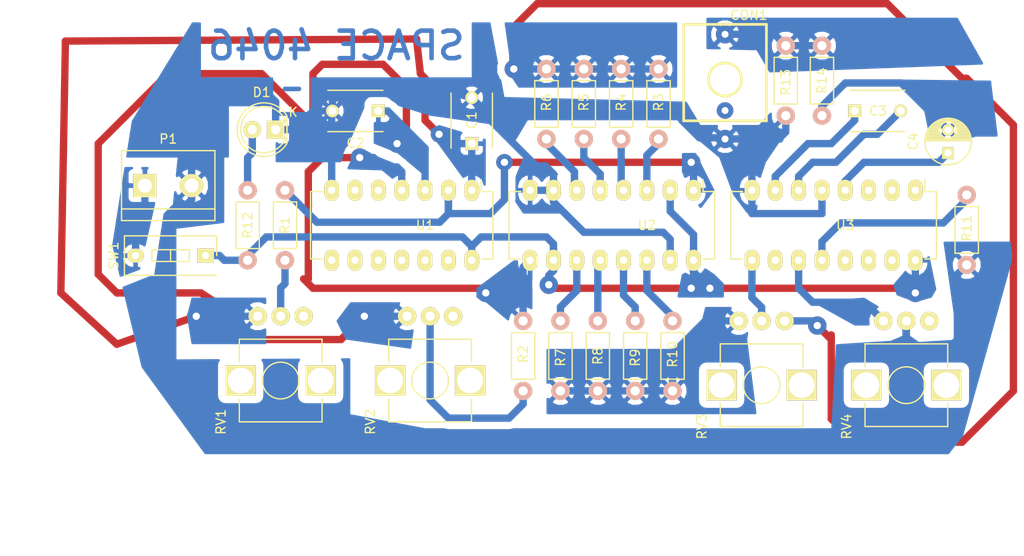
<source format=kicad_pcb>
(kicad_pcb (version 4) (host pcbnew 4.0.4+dfsg1-stable)

  (general
    (links 56)
    (no_connects 0)
    (area 17.042001 101.499999 134.720001 178.976001)
    (thickness 1.6)
    (drawings 14)
    (tracks 259)
    (zones 0)
    (modules 29)
    (nets 29)
  )

  (page A4)
  (layers
    (0 F.Cu jumper)
    (31 B.Cu mixed)
    (33 F.Adhes user)
    (35 F.Paste user)
    (37 F.SilkS user)
    (39 F.Mask user)
    (44 Edge.Cuts user)
    (47 F.CrtYd user)
    (49 F.Fab user hide)
  )

  (setup
    (last_trace_width 0.8)
    (trace_clearance 0.8)
    (zone_clearance 0.8)
    (zone_45_only no)
    (trace_min 0.8)
    (segment_width 0.2)
    (edge_width 0.1)
    (via_size 2)
    (via_drill 0.8)
    (via_min_size 1.8)
    (via_min_drill 0.8)
    (uvia_size 0.3)
    (uvia_drill 0.1)
    (uvias_allowed no)
    (uvia_min_size 0.2)
    (uvia_min_drill 0.1)
    (pcb_text_width 0.3)
    (pcb_text_size 1.5 1.5)
    (mod_edge_width 0.15)
    (mod_text_size 1 1)
    (mod_text_width 0.15)
    (pad_size 2 2)
    (pad_drill 1)
    (pad_to_mask_clearance 0)
    (aux_axis_origin 28.448 166.751)
    (grid_origin 28.448 166.751)
    (visible_elements FFFFFF79)
    (pcbplotparams
      (layerselection 0x00000_80000000)
      (usegerberextensions true)
      (usegerberattributes true)
      (excludeedgelayer false)
      (linewidth 0.100000)
      (plotframeref false)
      (viasonmask false)
      (mode 1)
      (useauxorigin true)
      (hpglpennumber 1)
      (hpglpenspeed 20)
      (hpglpendiameter 15)
      (hpglpenoverlay 2)
      (psnegative false)
      (psa4output false)
      (plotreference false)
      (plotvalue false)
      (plotinvisibletext false)
      (padsonsilk false)
      (subtractmaskfromsilk false)
      (outputformat 1)
      (mirror false)
      (drillshape 0)
      (scaleselection 1)
      (outputdirectory export_Gerber_4046/test-7/))
  )

  (net 0 "")
  (net 1 "Net-(C1-Pad1)")
  (net 2 GND)
  (net 3 "Net-(C2-Pad1)")
  (net 4 "Net-(C3-Pad1)")
  (net 5 "Net-(C3-Pad2)")
  (net 6 "Net-(D1-Pad2)")
  (net 7 "Net-(P1-Pad1)")
  (net 8 "Net-(R1-Pad1)")
  (net 9 "Net-(R1-Pad2)")
  (net 10 "Net-(R2-Pad1)")
  (net 11 "Net-(R2-Pad2)")
  (net 12 "Net-(R3-Pad1)")
  (net 13 "Net-(R3-Pad2)")
  (net 14 "Net-(R4-Pad1)")
  (net 15 "Net-(R5-Pad1)")
  (net 16 "Net-(R6-Pad1)")
  (net 17 "Net-(R7-Pad1)")
  (net 18 "Net-(R10-Pad1)")
  (net 19 "Net-(R8-Pad1)")
  (net 20 "Net-(R9-Pad1)")
  (net 21 "Net-(R10-Pad2)")
  (net 22 "Net-(R11-Pad2)")
  (net 23 "Net-(RV3-Pad2)")
  (net 24 "Net-(RV4-Pad3)")
  (net 25 vcc)
  (net 26 "Net-(C4-Pad1)")
  (net 27 "Net-(C4-Pad2)")
  (net 28 "Net-(CON1-Pad3)")

  (net_class Default "This is the default net class."
    (clearance 0.8)
    (trace_width 0.8)
    (via_dia 2)
    (via_drill 0.8)
    (uvia_dia 0.3)
    (uvia_drill 0.1)
    (add_net GND)
    (add_net "Net-(C1-Pad1)")
    (add_net "Net-(C2-Pad1)")
    (add_net "Net-(C3-Pad1)")
    (add_net "Net-(C3-Pad2)")
    (add_net "Net-(C4-Pad1)")
    (add_net "Net-(C4-Pad2)")
    (add_net "Net-(CON1-Pad3)")
    (add_net "Net-(D1-Pad2)")
    (add_net "Net-(P1-Pad1)")
    (add_net "Net-(R1-Pad1)")
    (add_net "Net-(R1-Pad2)")
    (add_net "Net-(R10-Pad1)")
    (add_net "Net-(R10-Pad2)")
    (add_net "Net-(R11-Pad2)")
    (add_net "Net-(R2-Pad1)")
    (add_net "Net-(R2-Pad2)")
    (add_net "Net-(R3-Pad1)")
    (add_net "Net-(R3-Pad2)")
    (add_net "Net-(R4-Pad1)")
    (add_net "Net-(R5-Pad1)")
    (add_net "Net-(R6-Pad1)")
    (add_net "Net-(R7-Pad1)")
    (add_net "Net-(R8-Pad1)")
    (add_net "Net-(R9-Pad1)")
    (add_net "Net-(RV3-Pad2)")
    (add_net "Net-(RV4-Pad3)")
    (add_net vcc)
  )

  (net_class piti ""
    (clearance 0.8)
    (trace_width 0.8)
    (via_dia 1.8)
    (via_drill 0.8)
    (uvia_dia 0.3)
    (uvia_drill 0.1)
  )

  (module PJ301M-12 (layer F.Cu) (tedit 58247C06) (tstamp 58246EB8)
    (at 96.139 125.095)
    (tags conn-Jack)
    (path /5824724F)
    (fp_text reference CON1 (at 2.6 -7) (layer F.SilkS)
      (effects (font (size 1 1) (thickness 0.15)))
    )
    (fp_text value jack-PJ301M-12 (at 0 -2.7) (layer F.Fab)
      (effects (font (size 1 1) (thickness 0.15)))
    )
    (fp_line (start 4.5 4.5) (end 4.5 -6) (layer F.SilkS) (width 0.3))
    (fp_line (start 4.5 -6) (end -4.5 -6) (layer F.SilkS) (width 0.3))
    (fp_line (start -4.5 -6) (end -4.5 4.5) (layer F.SilkS) (width 0.3))
    (fp_line (start -4.5 4.5) (end 4.5 4.5) (layer F.SilkS) (width 0.3))
    (fp_circle (center 0 0) (end 1.8 0) (layer F.SilkS) (width 0.3))
    (pad 3 thru_hole circle (at 0 -4.92) (size 2 2) (drill 0.762) (layers *.Cu *.Mask)
      (net 28 "Net-(CON1-Pad3)"))
    (pad 2 thru_hole circle (at 0 3.38) (size 1.8 1.8) (drill 0.762) (layers *.Cu *.Mask))
    (pad 1 thru_hole circle (at 0 6.48) (size 2 2) (drill oval 0.762) (layers *.Cu *.Mask)
      (net 2 GND))
    (pad "" np_thru_hole circle (at 0 0) (size 3 3) (drill 3) (layers *.Cu *.Mask)
      (zone_connect 2))
  )

  (module Potentiometers:Potentiometer_Alpha-RV09 (layer F.Cu) (tedit 582416EA) (tstamp 579B5032)
    (at 118.364 151.384 270)
    (descr "9mm insulated shaft potentiometer")
    (tags "Potentiometer Alpha Pot 9mm RV09")
    (path /577F856C)
    (fp_text reference RV4 (at 11.5 9 450) (layer F.SilkS)
      (effects (font (size 1 1) (thickness 0.15)))
    )
    (fp_text value 500K (at 7 -5.5 270) (layer F.Fab)
      (effects (font (size 1 1) (thickness 0.15)))
    )
    (fp_line (start 2 -2.5) (end 2 -1) (layer F.CrtYd) (width 0.05))
    (fp_line (start 5 -4) (end 9 -4) (layer F.CrtYd) (width 0.05))
    (fp_line (start 5 -4) (end 5 -2.5) (layer F.CrtYd) (width 0.05))
    (fp_line (start 5 -2.5) (end 2 -2.5) (layer F.CrtYd) (width 0.05))
    (fp_line (start -1 -1) (end 2 -1) (layer F.CrtYd) (width 0.05))
    (fp_line (start 9 -4) (end 9 -2.5) (layer F.CrtYd) (width 0.05))
    (fp_line (start 9 -2.5) (end 12 -2.5) (layer F.CrtYd) (width 0.05))
    (fp_line (start 12 -2.5) (end 12 7.5) (layer F.CrtYd) (width 0.05))
    (fp_line (start 12 7.5) (end 9 7.5) (layer F.CrtYd) (width 0.05))
    (fp_line (start 9 7.5) (end 9 9) (layer F.CrtYd) (width 0.05))
    (fp_line (start 9 9) (end 5 9) (layer F.CrtYd) (width 0.05))
    (fp_line (start 5 9) (end 5 7.5) (layer F.CrtYd) (width 0.05))
    (fp_line (start 5 7.5) (end 2 7.5) (layer F.CrtYd) (width 0.05))
    (fp_line (start 2 7.5) (end 2 6) (layer F.CrtYd) (width 0.05))
    (fp_line (start 2 6) (end -1 6) (layer F.CrtYd) (width 0.05))
    (fp_line (start -1 6) (end -1 -1) (layer F.CrtYd) (width 0.05))
    (fp_line (start 11.5 7) (end 9 7) (layer F.SilkS) (width 0.15))
    (fp_line (start 5 7) (end 2.5 7) (layer F.SilkS) (width 0.15))
    (fp_line (start 5 -2) (end 2.5 -2) (layer F.SilkS) (width 0.15))
    (fp_line (start 11.5 -2) (end 9 -2) (layer F.SilkS) (width 0.15))
    (fp_line (start 2.5 -2) (end 2.5 7) (layer F.SilkS) (width 0.15))
    (fp_line (start 11.5 -2) (end 11.5 7) (layer F.SilkS) (width 0.15))
    (fp_circle (center 7 2.5) (end 9 2.5) (layer F.SilkS) (width 0.15))
    (pad 1 thru_hole circle (at 0 0 180) (size 2 2) (drill 1) (layers *.Cu *.Mask F.SilkS))
    (pad 2 thru_hole circle (at 0 2.5 180) (size 2 2) (drill 1) (layers *.Cu *.Mask F.SilkS)
      (net 2 GND))
    (pad 3 thru_hole circle (at 0 5 180) (size 2 2) (drill 1) (layers *.Cu *.Mask F.SilkS)
      (net 24 "Net-(RV4-Pad3)"))
    (pad 4 thru_hole rect (at 7 -1.85 180) (size 3.3 3.3) (drill 2.8) (layers *.Cu *.Mask F.SilkS))
    (pad 5 thru_hole rect (at 7 6.85 180) (size 3.3 3.3) (drill 2.8) (layers *.Cu *.Mask F.SilkS))
  )

  (module Potentiometers:Potentiometer_Alpha-RV09 (layer F.Cu) (tedit 5824162C) (tstamp 579B5012)
    (at 102.616 151.384 270)
    (descr "9mm insulated shaft potentiometer")
    (tags "Potentiometer Alpha Pot 9mm RV09")
    (path /577F8453)
    (fp_text reference RV3 (at 11.5 9 450) (layer F.SilkS)
      (effects (font (size 1 1) (thickness 0.15)))
    )
    (fp_text value 500K (at 7 -5.5 270) (layer F.Fab)
      (effects (font (size 1 1) (thickness 0.15)))
    )
    (fp_line (start 2 -2.5) (end 2 -1) (layer F.CrtYd) (width 0.05))
    (fp_line (start 5 -4) (end 9 -4) (layer F.CrtYd) (width 0.05))
    (fp_line (start 5 -4) (end 5 -2.5) (layer F.CrtYd) (width 0.05))
    (fp_line (start 5 -2.5) (end 2 -2.5) (layer F.CrtYd) (width 0.05))
    (fp_line (start -1 -1) (end 2 -1) (layer F.CrtYd) (width 0.05))
    (fp_line (start 9 -4) (end 9 -2.5) (layer F.CrtYd) (width 0.05))
    (fp_line (start 9 -2.5) (end 12 -2.5) (layer F.CrtYd) (width 0.05))
    (fp_line (start 12 -2.5) (end 12 7.5) (layer F.CrtYd) (width 0.05))
    (fp_line (start 12 7.5) (end 9 7.5) (layer F.CrtYd) (width 0.05))
    (fp_line (start 9 7.5) (end 9 9) (layer F.CrtYd) (width 0.05))
    (fp_line (start 9 9) (end 5 9) (layer F.CrtYd) (width 0.05))
    (fp_line (start 5 9) (end 5 7.5) (layer F.CrtYd) (width 0.05))
    (fp_line (start 5 7.5) (end 2 7.5) (layer F.CrtYd) (width 0.05))
    (fp_line (start 2 7.5) (end 2 6) (layer F.CrtYd) (width 0.05))
    (fp_line (start 2 6) (end -1 6) (layer F.CrtYd) (width 0.05))
    (fp_line (start -1 6) (end -1 -1) (layer F.CrtYd) (width 0.05))
    (fp_line (start 11.5 7) (end 9 7) (layer F.SilkS) (width 0.15))
    (fp_line (start 5 7) (end 2.5 7) (layer F.SilkS) (width 0.15))
    (fp_line (start 5 -2) (end 2.5 -2) (layer F.SilkS) (width 0.15))
    (fp_line (start 11.5 -2) (end 9 -2) (layer F.SilkS) (width 0.15))
    (fp_line (start 2.5 -2) (end 2.5 7) (layer F.SilkS) (width 0.15))
    (fp_line (start 11.5 -2) (end 11.5 7) (layer F.SilkS) (width 0.15))
    (fp_circle (center 7 2.5) (end 9 2.5) (layer F.SilkS) (width 0.15))
    (pad 1 thru_hole circle (at 0 0 180) (size 2 2) (drill 1) (layers *.Cu *.Mask F.SilkS)
      (net 13 "Net-(R3-Pad2)"))
    (pad 2 thru_hole circle (at 0 2.5 180) (size 2 2) (drill 1) (layers *.Cu *.Mask F.SilkS)
      (net 23 "Net-(RV3-Pad2)"))
    (pad 3 thru_hole circle (at 0 5 180) (size 2 2) (drill 1) (layers *.Cu *.Mask F.SilkS)
      (net 18 "Net-(R10-Pad1)"))
    (pad 4 thru_hole rect (at 7 -1.85 180) (size 3.3 3.3) (drill 2.8) (layers *.Cu *.Mask F.SilkS))
    (pad 5 thru_hole rect (at 7 6.85 180) (size 3.3 3.3) (drill 2.8) (layers *.Cu *.Mask F.SilkS))
  )

  (module Capacitors_ThroughHole:C_Disc_D6_P5 (layer F.Cu) (tedit 581A169D) (tstamp 579B4EDB)
    (at 68.58 132.08 90)
    (descr "Capacitor 6mm Disc, Pitch 5mm")
    (tags Capacitor)
    (path /577F7E73)
    (fp_text reference C1 (at 2.54 0 90) (layer F.SilkS)
      (effects (font (size 1 1) (thickness 0.15)))
    )
    (fp_text value 10n (at 7.62 0 90) (layer F.Fab)
      (effects (font (size 1 1) (thickness 0.15)))
    )
    (fp_line (start -0.95 -2.5) (end 5.95 -2.5) (layer F.CrtYd) (width 0.05))
    (fp_line (start 5.95 -2.5) (end 5.95 2.5) (layer F.CrtYd) (width 0.05))
    (fp_line (start 5.95 2.5) (end -0.95 2.5) (layer F.CrtYd) (width 0.05))
    (fp_line (start -0.95 2.5) (end -0.95 -2.5) (layer F.CrtYd) (width 0.05))
    (fp_line (start -0.5 -2.25) (end 5.5 -2.25) (layer F.SilkS) (width 0.15))
    (fp_line (start 5.5 2.25) (end -0.5 2.25) (layer F.SilkS) (width 0.15))
    (pad 1 thru_hole rect (at 0 0 90) (size 1.4 1.4) (drill 0.9) (layers *.Cu *.Mask F.SilkS)
      (net 1 "Net-(C1-Pad1)"))
    (pad 2 thru_hole circle (at 5 0 90) (size 1.4 1.4) (drill 0.9) (layers *.Cu *.Mask F.SilkS)
      (net 2 GND))
    (model Capacitors_ThroughHole.3dshapes/C_Disc_D6_P5.wrl
      (at (xyz 0.0984252 0 0))
      (scale (xyz 1 1 1))
      (rotate (xyz 0 0 0))
    )
  )

  (module Capacitors_ThroughHole:C_Disc_D6_P5 (layer F.Cu) (tedit 57F279D8) (tstamp 579B4EF3)
    (at 110.236 128.524)
    (descr "Capacitor 6mm Disc, Pitch 5mm")
    (tags Capacitor)
    (path /577F84EF)
    (fp_text reference C3 (at 2.54 0) (layer F.SilkS)
      (effects (font (size 1 1) (thickness 0.15)))
    )
    (fp_text value 10n (at 2.5 3.5) (layer F.Fab)
      (effects (font (size 1 1) (thickness 0.15)))
    )
    (fp_line (start -0.95 -2.5) (end 5.95 -2.5) (layer F.CrtYd) (width 0.05))
    (fp_line (start 5.95 -2.5) (end 5.95 2.5) (layer F.CrtYd) (width 0.05))
    (fp_line (start 5.95 2.5) (end -0.95 2.5) (layer F.CrtYd) (width 0.05))
    (fp_line (start -0.95 2.5) (end -0.95 -2.5) (layer F.CrtYd) (width 0.05))
    (fp_line (start -0.5 -2.25) (end 5.5 -2.25) (layer F.SilkS) (width 0.15))
    (fp_line (start 5.5 2.25) (end -0.5 2.25) (layer F.SilkS) (width 0.15))
    (pad 1 thru_hole rect (at 0 0) (size 1.4 1.4) (drill 0.9) (layers *.Cu *.Mask F.SilkS)
      (net 4 "Net-(C3-Pad1)"))
    (pad 2 thru_hole circle (at 5 0) (size 1.4 1.4) (drill 0.9) (layers *.Cu *.Mask F.SilkS)
      (net 5 "Net-(C3-Pad2)"))
    (model Capacitors_ThroughHole.3dshapes/C_Disc_D6_P5.wrl
      (at (xyz 0.0984252 0 0))
      (scale (xyz 1 1 1))
      (rotate (xyz 0 0 0))
    )
  )

  (module LEDs:LED-5MM (layer F.Cu) (tedit 5570F7EA) (tstamp 579B4EFF)
    (at 47.244 130.556 180)
    (descr "LED 5mm round vertical")
    (tags "LED 5mm round vertical")
    (path /579A12D3)
    (fp_text reference D1 (at 1.524 4.064 180) (layer F.SilkS)
      (effects (font (size 1 1) (thickness 0.15)))
    )
    (fp_text value LED (at 1.524 -3.937 180) (layer F.Fab)
      (effects (font (size 1 1) (thickness 0.15)))
    )
    (fp_line (start -1.5 -1.55) (end -1.5 1.55) (layer F.CrtYd) (width 0.05))
    (fp_arc (start 1.3 0) (end -1.5 1.55) (angle -302) (layer F.CrtYd) (width 0.05))
    (fp_arc (start 1.27 0) (end -1.23 -1.5) (angle 297.5) (layer F.SilkS) (width 0.15))
    (fp_line (start -1.23 1.5) (end -1.23 -1.5) (layer F.SilkS) (width 0.15))
    (fp_circle (center 1.27 0) (end 0.97 -2.5) (layer F.SilkS) (width 0.15))
    (fp_text user K (at -1.905 1.905 180) (layer F.SilkS)
      (effects (font (size 1 1) (thickness 0.15)))
    )
    (pad 1 thru_hole rect (at 0 0 270) (size 2 1.9) (drill 1.00076) (layers *.Cu *.Mask F.SilkS)
      (net 2 GND))
    (pad 2 thru_hole circle (at 2.54 0 180) (size 1.9 1.9) (drill 1.00076) (layers *.Cu *.Mask F.SilkS)
      (net 6 "Net-(D1-Pad2)"))
    (model LEDs.3dshapes/LED-5MM.wrl
      (at (xyz 0.05 0 0))
      (scale (xyz 1 1 1))
      (rotate (xyz 0 0 90))
    )
  )

  (module Connect:bornier2 (layer F.Cu) (tedit 0) (tstamp 579B4F0A)
    (at 35.56 136.652)
    (descr "Bornier d'alimentation 2 pins")
    (tags DEV)
    (path /579A2A15)
    (fp_text reference P1 (at 0 -5.08) (layer F.SilkS)
      (effects (font (size 1 1) (thickness 0.15)))
    )
    (fp_text value "Pile 1+/2-" (at 0 5.08) (layer F.Fab)
      (effects (font (size 1 1) (thickness 0.15)))
    )
    (fp_line (start 5.08 2.54) (end -5.08 2.54) (layer F.SilkS) (width 0.15))
    (fp_line (start 5.08 3.81) (end 5.08 -3.81) (layer F.SilkS) (width 0.15))
    (fp_line (start 5.08 -3.81) (end -5.08 -3.81) (layer F.SilkS) (width 0.15))
    (fp_line (start -5.08 -3.81) (end -5.08 3.81) (layer F.SilkS) (width 0.15))
    (fp_line (start -5.08 3.81) (end 5.08 3.81) (layer F.SilkS) (width 0.15))
    (pad 1 thru_hole rect (at -2.54 0) (size 2.54 2.54) (drill 1.524) (layers *.Cu *.Mask F.SilkS)
      (net 7 "Net-(P1-Pad1)"))
    (pad 2 thru_hole circle (at 2.54 0) (size 2.54 2.54) (drill 1.524) (layers *.Cu *.Mask F.SilkS)
      (net 2 GND))
    (model Connect.3dshapes/bornier2.wrl
      (at (xyz 0 0 0))
      (scale (xyz 1 1 1))
      (rotate (xyz 0 0 0))
    )
  )

  (module Potentiometers:Potentiometer_Alpha-RV09 (layer F.Cu) (tedit 5824173F) (tstamp 579B4FD2)
    (at 50.292 150.876 270)
    (descr "9mm insulated shaft potentiometer")
    (tags "Potentiometer Alpha Pot 9mm RV09")
    (path /577F7D9D)
    (fp_text reference RV1 (at 11.5 9 450) (layer F.SilkS)
      (effects (font (size 1 1) (thickness 0.15)))
    )
    (fp_text value 500K (at 7 -5.5 270) (layer F.Fab)
      (effects (font (size 1 1) (thickness 0.15)))
    )
    (fp_line (start 2 -2.5) (end 2 -1) (layer F.CrtYd) (width 0.05))
    (fp_line (start 5 -4) (end 9 -4) (layer F.CrtYd) (width 0.05))
    (fp_line (start 5 -4) (end 5 -2.5) (layer F.CrtYd) (width 0.05))
    (fp_line (start 5 -2.5) (end 2 -2.5) (layer F.CrtYd) (width 0.05))
    (fp_line (start -1 -1) (end 2 -1) (layer F.CrtYd) (width 0.05))
    (fp_line (start 9 -4) (end 9 -2.5) (layer F.CrtYd) (width 0.05))
    (fp_line (start 9 -2.5) (end 12 -2.5) (layer F.CrtYd) (width 0.05))
    (fp_line (start 12 -2.5) (end 12 7.5) (layer F.CrtYd) (width 0.05))
    (fp_line (start 12 7.5) (end 9 7.5) (layer F.CrtYd) (width 0.05))
    (fp_line (start 9 7.5) (end 9 9) (layer F.CrtYd) (width 0.05))
    (fp_line (start 9 9) (end 5 9) (layer F.CrtYd) (width 0.05))
    (fp_line (start 5 9) (end 5 7.5) (layer F.CrtYd) (width 0.05))
    (fp_line (start 5 7.5) (end 2 7.5) (layer F.CrtYd) (width 0.05))
    (fp_line (start 2 7.5) (end 2 6) (layer F.CrtYd) (width 0.05))
    (fp_line (start 2 6) (end -1 6) (layer F.CrtYd) (width 0.05))
    (fp_line (start -1 6) (end -1 -1) (layer F.CrtYd) (width 0.05))
    (fp_line (start 11.5 7) (end 9 7) (layer F.SilkS) (width 0.15))
    (fp_line (start 5 7) (end 2.5 7) (layer F.SilkS) (width 0.15))
    (fp_line (start 5 -2) (end 2.5 -2) (layer F.SilkS) (width 0.15))
    (fp_line (start 11.5 -2) (end 9 -2) (layer F.SilkS) (width 0.15))
    (fp_line (start 2.5 -2) (end 2.5 7) (layer F.SilkS) (width 0.15))
    (fp_line (start 11.5 -2) (end 11.5 7) (layer F.SilkS) (width 0.15))
    (fp_circle (center 7 2.5) (end 9 2.5) (layer F.SilkS) (width 0.15))
    (pad 1 thru_hole circle (at 0 0 180) (size 2 2) (drill 1) (layers *.Cu *.Mask F.SilkS))
    (pad 2 thru_hole circle (at 0 2.5 180) (size 2 2) (drill 1) (layers *.Cu *.Mask F.SilkS)
      (net 8 "Net-(R1-Pad1)"))
    (pad 3 thru_hole circle (at 0 5 180) (size 2 2) (drill 1) (layers *.Cu *.Mask F.SilkS)
      (net 1 "Net-(C1-Pad1)"))
    (pad 4 thru_hole rect (at 7 -1.85 180) (size 3.3 3.3) (drill 2.8) (layers *.Cu *.Mask F.SilkS))
    (pad 5 thru_hole rect (at 7 6.85 180) (size 3.3 3.3) (drill 2.8) (layers *.Cu *.Mask F.SilkS))
  )

  (module Potentiometers:Potentiometer_Alpha-RV09 (layer F.Cu) (tedit 58241763) (tstamp 579B4FF2)
    (at 66.548 150.876 270)
    (descr "9mm insulated shaft potentiometer")
    (tags "Potentiometer Alpha Pot 9mm RV09")
    (path /577F7E4C)
    (fp_text reference RV2 (at 11.5 9 450) (layer F.SilkS)
      (effects (font (size 1 1) (thickness 0.15)))
    )
    (fp_text value 500K (at 7 -5.5 270) (layer F.Fab)
      (effects (font (size 1 1) (thickness 0.15)))
    )
    (fp_line (start 2 -2.5) (end 2 -1) (layer F.CrtYd) (width 0.05))
    (fp_line (start 5 -4) (end 9 -4) (layer F.CrtYd) (width 0.05))
    (fp_line (start 5 -4) (end 5 -2.5) (layer F.CrtYd) (width 0.05))
    (fp_line (start 5 -2.5) (end 2 -2.5) (layer F.CrtYd) (width 0.05))
    (fp_line (start -1 -1) (end 2 -1) (layer F.CrtYd) (width 0.05))
    (fp_line (start 9 -4) (end 9 -2.5) (layer F.CrtYd) (width 0.05))
    (fp_line (start 9 -2.5) (end 12 -2.5) (layer F.CrtYd) (width 0.05))
    (fp_line (start 12 -2.5) (end 12 7.5) (layer F.CrtYd) (width 0.05))
    (fp_line (start 12 7.5) (end 9 7.5) (layer F.CrtYd) (width 0.05))
    (fp_line (start 9 7.5) (end 9 9) (layer F.CrtYd) (width 0.05))
    (fp_line (start 9 9) (end 5 9) (layer F.CrtYd) (width 0.05))
    (fp_line (start 5 9) (end 5 7.5) (layer F.CrtYd) (width 0.05))
    (fp_line (start 5 7.5) (end 2 7.5) (layer F.CrtYd) (width 0.05))
    (fp_line (start 2 7.5) (end 2 6) (layer F.CrtYd) (width 0.05))
    (fp_line (start 2 6) (end -1 6) (layer F.CrtYd) (width 0.05))
    (fp_line (start -1 6) (end -1 -1) (layer F.CrtYd) (width 0.05))
    (fp_line (start 11.5 7) (end 9 7) (layer F.SilkS) (width 0.15))
    (fp_line (start 5 7) (end 2.5 7) (layer F.SilkS) (width 0.15))
    (fp_line (start 5 -2) (end 2.5 -2) (layer F.SilkS) (width 0.15))
    (fp_line (start 11.5 -2) (end 9 -2) (layer F.SilkS) (width 0.15))
    (fp_line (start 2.5 -2) (end 2.5 7) (layer F.SilkS) (width 0.15))
    (fp_line (start 11.5 -2) (end 11.5 7) (layer F.SilkS) (width 0.15))
    (fp_circle (center 7 2.5) (end 9 2.5) (layer F.SilkS) (width 0.15))
    (pad 1 thru_hole circle (at 0 0 180) (size 2 2) (drill 1) (layers *.Cu *.Mask F.SilkS))
    (pad 2 thru_hole circle (at 0 2.5 180) (size 2 2) (drill 1) (layers *.Cu *.Mask F.SilkS)
      (net 10 "Net-(R2-Pad1)"))
    (pad 3 thru_hole circle (at 0 5 180) (size 2 2) (drill 1) (layers *.Cu *.Mask F.SilkS)
      (net 3 "Net-(C2-Pad1)"))
    (pad 4 thru_hole rect (at 7 -1.85 180) (size 3.3 3.3) (drill 2.8) (layers *.Cu *.Mask F.SilkS))
    (pad 5 thru_hole rect (at 7 6.85 180) (size 3.3 3.3) (drill 2.8) (layers *.Cu *.Mask F.SilkS))
  )

  (module Buttons_Switches_ThroughHole:SW_DIP_x1_Slide (layer F.Cu) (tedit 54C4BC96) (tstamp 579B5045)
    (at 39.624 144.272 90)
    (descr "CTS Electrocomponents, Series 206/208")
    (path /579A138B)
    (fp_text reference SW1 (at 0 -10 90) (layer F.SilkS)
      (effects (font (size 1 1) (thickness 0.15)))
    )
    (fp_text value SPST (at 0.5 2.4 90) (layer F.Fab)
      (effects (font (size 1 1) (thickness 0.15)))
    )
    (fp_line (start 2.5 1.55) (end -2.5 1.55) (layer F.CrtYd) (width 0.05))
    (fp_line (start -2.5 1.55) (end -2.5 -9.15) (layer F.CrtYd) (width 0.05))
    (fp_line (start -2.5 -9.15) (end 2.5 -9.15) (layer F.CrtYd) (width 0.05))
    (fp_line (start 2.5 -9.15) (end 2.5 1.55) (layer F.CrtYd) (width 0.05))
    (fp_line (start -2.15 -8.83) (end 2.15 -8.83) (layer F.SilkS) (width 0.15))
    (fp_line (start 0 1.21) (end 2.15 1.21) (layer F.SilkS) (width 0.15))
    (fp_line (start -2.15 -8.83) (end -2.15 1.21) (layer F.SilkS) (width 0.15))
    (fp_line (start 2.15 -8.83) (end 2.15 1.21) (layer F.SilkS) (width 0.15))
    (fp_line (start -0.64 -3.81) (end 0.64 -3.81) (layer F.SilkS) (width 0.15))
    (fp_line (start -0.64 -5.84) (end -0.64 -1.78) (layer F.SilkS) (width 0.15))
    (fp_line (start -0.64 -1.78) (end 0.64 -1.78) (layer F.SilkS) (width 0.15))
    (fp_line (start 0.64 -1.78) (end 0.64 -5.84) (layer F.SilkS) (width 0.15))
    (fp_line (start 0.64 -5.84) (end -0.64 -5.84) (layer F.SilkS) (width 0.15))
    (pad 1 thru_hole rect (at 0 0 90) (size 1.524 1.824) (drill 0.762) (layers *.Cu *.Mask F.SilkS)
      (net 25 vcc))
    (pad 2 thru_hole oval (at 0 -7.62 90) (size 1.524 1.824) (drill 0.762) (layers *.Cu *.Mask F.SilkS)
      (net 7 "Net-(P1-Pad1)"))
    (model Buttons_Switches_ThroughHole.3dshapes/SW_DIP_x1_Slide.wrl
      (at (xyz 0 0 0))
      (scale (xyz 1 1 1))
      (rotate (xyz 0 0 0))
    )
  )

  (module Housings_DIP:DIP-14_W7.62mm_LongPads (layer F.Cu) (tedit 57F27993) (tstamp 579B5062)
    (at 68.58 137.16 270)
    (descr "14-lead dip package, row spacing 7.62 mm (300 mils), longer pads")
    (tags "dil dip 2.54 300")
    (path /577F7EC7)
    (fp_text reference U1 (at 3.81 5.08 360) (layer F.SilkS)
      (effects (font (size 1 1) (thickness 0.15)))
    )
    (fp_text value 40106 (at 3.81 11.43 360) (layer F.Fab)
      (effects (font (size 1 1) (thickness 0.15)))
    )
    (fp_line (start -1.4 -2.45) (end -1.4 17.7) (layer F.CrtYd) (width 0.05))
    (fp_line (start 9 -2.45) (end 9 17.7) (layer F.CrtYd) (width 0.05))
    (fp_line (start -1.4 -2.45) (end 9 -2.45) (layer F.CrtYd) (width 0.05))
    (fp_line (start -1.4 17.7) (end 9 17.7) (layer F.CrtYd) (width 0.05))
    (fp_line (start 0.135 -2.295) (end 0.135 -1.025) (layer F.SilkS) (width 0.15))
    (fp_line (start 7.485 -2.295) (end 7.485 -1.025) (layer F.SilkS) (width 0.15))
    (fp_line (start 7.485 17.535) (end 7.485 16.265) (layer F.SilkS) (width 0.15))
    (fp_line (start 0.135 17.535) (end 0.135 16.265) (layer F.SilkS) (width 0.15))
    (fp_line (start 0.135 -2.295) (end 7.485 -2.295) (layer F.SilkS) (width 0.15))
    (fp_line (start 0.135 17.535) (end 7.485 17.535) (layer F.SilkS) (width 0.15))
    (fp_line (start 0.135 -1.025) (end -1.15 -1.025) (layer F.SilkS) (width 0.15))
    (pad 1 thru_hole oval (at 0 0 270) (size 2.3 1.6) (drill 0.8) (layers *.Cu *.Mask F.SilkS)
      (net 1 "Net-(C1-Pad1)"))
    (pad 2 thru_hole oval (at 0 2.54 270) (size 2.3 1.6) (drill 0.8) (layers *.Cu *.Mask F.SilkS)
      (net 9 "Net-(R1-Pad2)"))
    (pad 3 thru_hole oval (at 0 5.08 270) (size 2.3 1.6) (drill 0.8) (layers *.Cu *.Mask F.SilkS)
      (net 3 "Net-(C2-Pad1)"))
    (pad 4 thru_hole oval (at 0 7.62 270) (size 2.3 1.6) (drill 0.8) (layers *.Cu *.Mask F.SilkS)
      (net 11 "Net-(R2-Pad2)"))
    (pad 5 thru_hole oval (at 0 10.16 270) (size 2.3 1.6) (drill 0.8) (layers *.Cu *.Mask F.SilkS))
    (pad 6 thru_hole oval (at 0 12.7 270) (size 2.3 1.6) (drill 0.8) (layers *.Cu *.Mask F.SilkS))
    (pad 7 thru_hole oval (at 0 15.24 270) (size 2.3 1.6) (drill 0.8) (layers *.Cu *.Mask F.SilkS)
      (net 2 GND))
    (pad 8 thru_hole oval (at 7.62 15.24 270) (size 2.3 1.6) (drill 0.8) (layers *.Cu *.Mask F.SilkS))
    (pad 9 thru_hole oval (at 7.62 12.7 270) (size 2.3 1.6) (drill 0.8) (layers *.Cu *.Mask F.SilkS))
    (pad 10 thru_hole oval (at 7.62 10.16 270) (size 2.3 1.6) (drill 0.8) (layers *.Cu *.Mask F.SilkS))
    (pad 11 thru_hole oval (at 7.62 7.62 270) (size 2.3 1.6) (drill 0.8) (layers *.Cu *.Mask F.SilkS))
    (pad 12 thru_hole oval (at 7.62 5.08 270) (size 2.3 1.6) (drill 0.8) (layers *.Cu *.Mask F.SilkS))
    (pad 13 thru_hole oval (at 7.62 2.54 270) (size 2.3 1.6) (drill 0.8) (layers *.Cu *.Mask F.SilkS))
    (pad 14 thru_hole oval (at 7.62 0 270) (size 2.3 1.6) (drill 0.8) (layers *.Cu *.Mask F.SilkS)
      (net 25 vcc))
    (model Housings_DIP.3dshapes/DIP-14_W7.62mm_LongPads.wrl
      (at (xyz 0 0 0))
      (scale (xyz 1 1 1))
      (rotate (xyz 0 0 0))
    )
  )

  (module Housings_DIP:DIP-16_W7.62mm_LongPads (layer F.Cu) (tedit 57F27985) (tstamp 579B5081)
    (at 92.71 137.16 270)
    (descr "16-lead dip package, row spacing 7.62 mm (300 mils), longer pads")
    (tags "dil dip 2.54 300")
    (path /577F8011)
    (fp_text reference U2 (at 3.81 5.08 360) (layer F.SilkS)
      (effects (font (size 1 1) (thickness 0.15)))
    )
    (fp_text value 4520 (at 3.81 0 360) (layer F.Fab)
      (effects (font (size 1 1) (thickness 0.15)))
    )
    (fp_line (start -1.4 -2.45) (end -1.4 20.25) (layer F.CrtYd) (width 0.05))
    (fp_line (start 9 -2.45) (end 9 20.25) (layer F.CrtYd) (width 0.05))
    (fp_line (start -1.4 -2.45) (end 9 -2.45) (layer F.CrtYd) (width 0.05))
    (fp_line (start -1.4 20.25) (end 9 20.25) (layer F.CrtYd) (width 0.05))
    (fp_line (start 0.135 -2.295) (end 0.135 -1.025) (layer F.SilkS) (width 0.15))
    (fp_line (start 7.485 -2.295) (end 7.485 -1.025) (layer F.SilkS) (width 0.15))
    (fp_line (start 7.485 20.075) (end 7.485 18.805) (layer F.SilkS) (width 0.15))
    (fp_line (start 0.135 20.075) (end 0.135 18.805) (layer F.SilkS) (width 0.15))
    (fp_line (start 0.135 -2.295) (end 7.485 -2.295) (layer F.SilkS) (width 0.15))
    (fp_line (start 0.135 20.075) (end 7.485 20.075) (layer F.SilkS) (width 0.15))
    (fp_line (start 0.135 -1.025) (end -1.15 -1.025) (layer F.SilkS) (width 0.15))
    (pad 1 thru_hole oval (at 0 0 270) (size 2.3 1.6) (drill 0.8) (layers *.Cu *.Mask F.SilkS)
      (net 9 "Net-(R1-Pad2)"))
    (pad 2 thru_hole oval (at 0 2.54 270) (size 2.3 1.6) (drill 0.8) (layers *.Cu *.Mask F.SilkS)
      (net 25 vcc))
    (pad 3 thru_hole oval (at 0 5.08 270) (size 2.3 1.6) (drill 0.8) (layers *.Cu *.Mask F.SilkS)
      (net 12 "Net-(R3-Pad1)"))
    (pad 4 thru_hole oval (at 0 7.62 270) (size 2.3 1.6) (drill 0.8) (layers *.Cu *.Mask F.SilkS)
      (net 14 "Net-(R4-Pad1)"))
    (pad 5 thru_hole oval (at 0 10.16 270) (size 2.3 1.6) (drill 0.8) (layers *.Cu *.Mask F.SilkS)
      (net 15 "Net-(R5-Pad1)"))
    (pad 6 thru_hole oval (at 0 12.7 270) (size 2.3 1.6) (drill 0.8) (layers *.Cu *.Mask F.SilkS)
      (net 16 "Net-(R6-Pad1)"))
    (pad 7 thru_hole oval (at 0 15.24 270) (size 2.3 1.6) (drill 0.8) (layers *.Cu *.Mask F.SilkS)
      (net 2 GND))
    (pad 8 thru_hole oval (at 0 17.78 270) (size 2.3 1.6) (drill 0.8) (layers *.Cu *.Mask F.SilkS)
      (net 2 GND))
    (pad 9 thru_hole oval (at 7.62 17.78 270) (size 2.3 1.6) (drill 0.8) (layers *.Cu *.Mask F.SilkS)
      (net 11 "Net-(R2-Pad2)"))
    (pad 10 thru_hole oval (at 7.62 15.24 270) (size 2.3 1.6) (drill 0.8) (layers *.Cu *.Mask F.SilkS)
      (net 25 vcc))
    (pad 11 thru_hole oval (at 7.62 12.7 270) (size 2.3 1.6) (drill 0.8) (layers *.Cu *.Mask F.SilkS)
      (net 17 "Net-(R7-Pad1)"))
    (pad 12 thru_hole oval (at 7.62 10.16 270) (size 2.3 1.6) (drill 0.8) (layers *.Cu *.Mask F.SilkS)
      (net 19 "Net-(R8-Pad1)"))
    (pad 13 thru_hole oval (at 7.62 7.62 270) (size 2.3 1.6) (drill 0.8) (layers *.Cu *.Mask F.SilkS)
      (net 20 "Net-(R9-Pad1)"))
    (pad 14 thru_hole oval (at 7.62 5.08 270) (size 2.3 1.6) (drill 0.8) (layers *.Cu *.Mask F.SilkS)
      (net 21 "Net-(R10-Pad2)"))
    (pad 15 thru_hole oval (at 7.62 2.54 270) (size 2.3 1.6) (drill 0.8) (layers *.Cu *.Mask F.SilkS)
      (net 2 GND))
    (pad 16 thru_hole oval (at 7.62 0 270) (size 2.3 1.6) (drill 0.8) (layers *.Cu *.Mask F.SilkS)
      (net 25 vcc))
    (model Housings_DIP.3dshapes/DIP-16_W7.62mm_LongPads.wrl
      (at (xyz 0 0 0))
      (scale (xyz 1 1 1))
      (rotate (xyz 0 0 0))
    )
  )

  (module Housings_DIP:DIP-16_W7.62mm_LongPads (layer F.Cu) (tedit 57F279FE) (tstamp 579B50A0)
    (at 116.84 137.16 270)
    (descr "16-lead dip package, row spacing 7.62 mm (300 mils), longer pads")
    (tags "dil dip 2.54 300")
    (path /577F8498)
    (fp_text reference U3 (at 3.81 7.62 360) (layer F.SilkS)
      (effects (font (size 1 1) (thickness 0.15)))
    )
    (fp_text value 4046 (at 3.81 12.7 360) (layer F.Fab)
      (effects (font (size 1 1) (thickness 0.15)))
    )
    (fp_line (start -1.4 -2.45) (end -1.4 20.25) (layer F.CrtYd) (width 0.05))
    (fp_line (start 9 -2.45) (end 9 20.25) (layer F.CrtYd) (width 0.05))
    (fp_line (start -1.4 -2.45) (end 9 -2.45) (layer F.CrtYd) (width 0.05))
    (fp_line (start -1.4 20.25) (end 9 20.25) (layer F.CrtYd) (width 0.05))
    (fp_line (start 0.135 -2.295) (end 0.135 -1.025) (layer F.SilkS) (width 0.15))
    (fp_line (start 7.485 -2.295) (end 7.485 -1.025) (layer F.SilkS) (width 0.15))
    (fp_line (start 7.485 20.075) (end 7.485 18.805) (layer F.SilkS) (width 0.15))
    (fp_line (start 0.135 20.075) (end 0.135 18.805) (layer F.SilkS) (width 0.15))
    (fp_line (start 0.135 -2.295) (end 7.485 -2.295) (layer F.SilkS) (width 0.15))
    (fp_line (start 0.135 20.075) (end 7.485 20.075) (layer F.SilkS) (width 0.15))
    (fp_line (start 0.135 -1.025) (end -1.15 -1.025) (layer F.SilkS) (width 0.15))
    (pad 1 thru_hole oval (at 0 0 270) (size 2.3 1.6) (drill 0.8) (layers *.Cu *.Mask F.SilkS))
    (pad 2 thru_hole oval (at 0 2.54 270) (size 2.3 1.6) (drill 0.8) (layers *.Cu *.Mask F.SilkS))
    (pad 3 thru_hole oval (at 0 5.08 270) (size 2.3 1.6) (drill 0.8) (layers *.Cu *.Mask F.SilkS))
    (pad 4 thru_hole oval (at 0 7.62 270) (size 2.3 1.6) (drill 0.8) (layers *.Cu *.Mask F.SilkS)
      (net 26 "Net-(C4-Pad1)"))
    (pad 5 thru_hole oval (at 0 10.16 270) (size 2.3 1.6) (drill 0.8) (layers *.Cu *.Mask F.SilkS)
      (net 2 GND))
    (pad 6 thru_hole oval (at 0 12.7 270) (size 2.3 1.6) (drill 0.8) (layers *.Cu *.Mask F.SilkS)
      (net 5 "Net-(C3-Pad2)"))
    (pad 7 thru_hole oval (at 0 15.24 270) (size 2.3 1.6) (drill 0.8) (layers *.Cu *.Mask F.SilkS)
      (net 4 "Net-(C3-Pad1)"))
    (pad 8 thru_hole oval (at 0 17.78 270) (size 2.3 1.6) (drill 0.8) (layers *.Cu *.Mask F.SilkS)
      (net 2 GND))
    (pad 9 thru_hole oval (at 7.62 17.78 270) (size 2.3 1.6) (drill 0.8) (layers *.Cu *.Mask F.SilkS)
      (net 23 "Net-(RV3-Pad2)"))
    (pad 10 thru_hole oval (at 7.62 15.24 270) (size 2.3 1.6) (drill 0.8) (layers *.Cu *.Mask F.SilkS))
    (pad 11 thru_hole oval (at 7.62 12.7 270) (size 2.3 1.6) (drill 0.8) (layers *.Cu *.Mask F.SilkS)
      (net 24 "Net-(RV4-Pad3)"))
    (pad 12 thru_hole oval (at 7.62 10.16 270) (size 2.3 1.6) (drill 0.8) (layers *.Cu *.Mask F.SilkS)
      (net 22 "Net-(R11-Pad2)"))
    (pad 13 thru_hole oval (at 7.62 7.62 270) (size 2.3 1.6) (drill 0.8) (layers *.Cu *.Mask F.SilkS))
    (pad 14 thru_hole oval (at 7.62 5.08 270) (size 2.3 1.6) (drill 0.8) (layers *.Cu *.Mask F.SilkS))
    (pad 15 thru_hole oval (at 7.62 2.54 270) (size 2.3 1.6) (drill 0.8) (layers *.Cu *.Mask F.SilkS))
    (pad 16 thru_hole oval (at 7.62 0 270) (size 2.3 1.6) (drill 0.8) (layers *.Cu *.Mask F.SilkS)
      (net 25 vcc))
    (model Housings_DIP.3dshapes/DIP-16_W7.62mm_LongPads.wrl
      (at (xyz 0 0 0))
      (scale (xyz 1 1 1))
      (rotate (xyz 0 0 0))
    )
  )

  (module Capacitors_ThroughHole:C_Radial_D5_L6_P2.5 (layer F.Cu) (tedit 0) (tstamp 579C1F75)
    (at 120.396 133.096 90)
    (descr "Radial Electrolytic Capacitor Diameter 5mm x Length 6mm, Pitch 2.5mm")
    (tags "Electrolytic Capacitor")
    (path /579BCDE9)
    (fp_text reference C4 (at 1.25 -3.8 90) (layer F.SilkS)
      (effects (font (size 1 1) (thickness 0.15)))
    )
    (fp_text value 10uF (at 1.25 3.8 90) (layer F.Fab)
      (effects (font (size 1 1) (thickness 0.15)))
    )
    (fp_line (start 1.325 -2.499) (end 1.325 2.499) (layer F.SilkS) (width 0.15))
    (fp_line (start 1.465 -2.491) (end 1.465 2.491) (layer F.SilkS) (width 0.15))
    (fp_line (start 1.605 -2.475) (end 1.605 -0.095) (layer F.SilkS) (width 0.15))
    (fp_line (start 1.605 0.095) (end 1.605 2.475) (layer F.SilkS) (width 0.15))
    (fp_line (start 1.745 -2.451) (end 1.745 -0.49) (layer F.SilkS) (width 0.15))
    (fp_line (start 1.745 0.49) (end 1.745 2.451) (layer F.SilkS) (width 0.15))
    (fp_line (start 1.885 -2.418) (end 1.885 -0.657) (layer F.SilkS) (width 0.15))
    (fp_line (start 1.885 0.657) (end 1.885 2.418) (layer F.SilkS) (width 0.15))
    (fp_line (start 2.025 -2.377) (end 2.025 -0.764) (layer F.SilkS) (width 0.15))
    (fp_line (start 2.025 0.764) (end 2.025 2.377) (layer F.SilkS) (width 0.15))
    (fp_line (start 2.165 -2.327) (end 2.165 -0.835) (layer F.SilkS) (width 0.15))
    (fp_line (start 2.165 0.835) (end 2.165 2.327) (layer F.SilkS) (width 0.15))
    (fp_line (start 2.305 -2.266) (end 2.305 -0.879) (layer F.SilkS) (width 0.15))
    (fp_line (start 2.305 0.879) (end 2.305 2.266) (layer F.SilkS) (width 0.15))
    (fp_line (start 2.445 -2.196) (end 2.445 -0.898) (layer F.SilkS) (width 0.15))
    (fp_line (start 2.445 0.898) (end 2.445 2.196) (layer F.SilkS) (width 0.15))
    (fp_line (start 2.585 -2.114) (end 2.585 -0.896) (layer F.SilkS) (width 0.15))
    (fp_line (start 2.585 0.896) (end 2.585 2.114) (layer F.SilkS) (width 0.15))
    (fp_line (start 2.725 -2.019) (end 2.725 -0.871) (layer F.SilkS) (width 0.15))
    (fp_line (start 2.725 0.871) (end 2.725 2.019) (layer F.SilkS) (width 0.15))
    (fp_line (start 2.865 -1.908) (end 2.865 -0.823) (layer F.SilkS) (width 0.15))
    (fp_line (start 2.865 0.823) (end 2.865 1.908) (layer F.SilkS) (width 0.15))
    (fp_line (start 3.005 -1.78) (end 3.005 -0.745) (layer F.SilkS) (width 0.15))
    (fp_line (start 3.005 0.745) (end 3.005 1.78) (layer F.SilkS) (width 0.15))
    (fp_line (start 3.145 -1.631) (end 3.145 -0.628) (layer F.SilkS) (width 0.15))
    (fp_line (start 3.145 0.628) (end 3.145 1.631) (layer F.SilkS) (width 0.15))
    (fp_line (start 3.285 -1.452) (end 3.285 -0.44) (layer F.SilkS) (width 0.15))
    (fp_line (start 3.285 0.44) (end 3.285 1.452) (layer F.SilkS) (width 0.15))
    (fp_line (start 3.425 -1.233) (end 3.425 1.233) (layer F.SilkS) (width 0.15))
    (fp_line (start 3.565 -0.944) (end 3.565 0.944) (layer F.SilkS) (width 0.15))
    (fp_line (start 3.705 -0.472) (end 3.705 0.472) (layer F.SilkS) (width 0.15))
    (fp_circle (center 2.5 0) (end 2.5 -0.9) (layer F.SilkS) (width 0.15))
    (fp_circle (center 1.25 0) (end 1.25 -2.5375) (layer F.SilkS) (width 0.15))
    (fp_circle (center 1.25 0) (end 1.25 -2.8) (layer F.CrtYd) (width 0.05))
    (pad 1 thru_hole rect (at 0 0 90) (size 1.3 1.3) (drill 0.8) (layers *.Cu *.Mask F.SilkS)
      (net 26 "Net-(C4-Pad1)"))
    (pad 2 thru_hole circle (at 2.5 0 90) (size 1.3 1.3) (drill 0.8) (layers *.Cu *.Mask F.SilkS)
      (net 27 "Net-(C4-Pad2)"))
    (model Capacitors_ThroughHole.3dshapes/C_Radial_D5_L6_P2.5.wrl
      (at (xyz 0.0492126 0 0))
      (scale (xyz 1 1 1))
      (rotate (xyz 0 0 90))
    )
  )

  (module Capacitors_ThroughHole:C_Disc_D6_P5 (layer F.Cu) (tedit 0) (tstamp 581A1285)
    (at 58.42 128.524 180)
    (descr "Capacitor 6mm Disc, Pitch 5mm")
    (tags Capacitor)
    (path /577F7EA4)
    (fp_text reference C2 (at 2.5 -3.5 180) (layer F.SilkS)
      (effects (font (size 1 1) (thickness 0.15)))
    )
    (fp_text value 1u (at 2.5 3.5 180) (layer F.Fab)
      (effects (font (size 1 1) (thickness 0.15)))
    )
    (fp_line (start -0.95 -2.5) (end 5.95 -2.5) (layer F.CrtYd) (width 0.05))
    (fp_line (start 5.95 -2.5) (end 5.95 2.5) (layer F.CrtYd) (width 0.05))
    (fp_line (start 5.95 2.5) (end -0.95 2.5) (layer F.CrtYd) (width 0.05))
    (fp_line (start -0.95 2.5) (end -0.95 -2.5) (layer F.CrtYd) (width 0.05))
    (fp_line (start -0.5 -2.25) (end 5.5 -2.25) (layer F.SilkS) (width 0.15))
    (fp_line (start 5.5 2.25) (end -0.5 2.25) (layer F.SilkS) (width 0.15))
    (pad 1 thru_hole rect (at 0 0 180) (size 1.4 1.4) (drill 0.9) (layers *.Cu *.Mask F.SilkS)
      (net 3 "Net-(C2-Pad1)"))
    (pad 2 thru_hole circle (at 5 0 180) (size 1.4 1.4) (drill 0.9) (layers *.Cu *.Mask F.SilkS)
      (net 2 GND))
    (model Capacitors_ThroughHole.3dshapes/C_Disc_D6_P5.wrl
      (at (xyz 0.0984252 0 0))
      (scale (xyz 1 1 1))
      (rotate (xyz 0 0 0))
    )
  )

  (module lib_Moi:Resistor_Horizontal_RM7mmPrint (layer F.Cu) (tedit 581A1669) (tstamp 581A1290)
    (at 48.26 144.78 90)
    (descr "Resistor, Axial,  RM 7.62mm, 1/3W,")
    (tags "Resistor Axial RM 7.62mm 1/3W R3")
    (path /577F7F31)
    (fp_text reference R1 (at 3.81 0 90) (layer F.SilkS)
      (effects (font (size 1 1) (thickness 0.15)))
    )
    (fp_text value 10k (at 11 0 90) (layer F.Fab)
      (effects (font (size 1 1) (thickness 0.15)))
    )
    (fp_line (start -1.25 -1.5) (end 8.85 -1.5) (layer F.CrtYd) (width 0.05))
    (fp_line (start -1.25 1.5) (end -1.25 -1.5) (layer F.CrtYd) (width 0.05))
    (fp_line (start 8.85 -1.5) (end 8.85 1.5) (layer F.CrtYd) (width 0.05))
    (fp_line (start -1.25 1.5) (end 8.85 1.5) (layer F.CrtYd) (width 0.05))
    (fp_line (start 1.27 -1.27) (end 6.35 -1.27) (layer F.SilkS) (width 0.15))
    (fp_line (start 6.35 -1.27) (end 6.35 1.27) (layer F.SilkS) (width 0.15))
    (fp_line (start 6.35 1.27) (end 1.27 1.27) (layer F.SilkS) (width 0.15))
    (fp_line (start 1.27 1.27) (end 1.27 -1.27) (layer F.SilkS) (width 0.15))
    (pad 1 thru_hole circle (at 0 0 90) (size 1.99898 1.99898) (drill 1.00076) (layers *.Cu *.SilkS *.Mask)
      (net 8 "Net-(R1-Pad1)"))
    (pad 2 thru_hole circle (at 7.62 0 90) (size 1.99898 1.99898) (drill 1.00076) (layers *.Cu *.SilkS *.Mask)
      (net 9 "Net-(R1-Pad2)"))
  )

  (module lib_Moi:Resistor_Horizontal_RM7mmPrint (layer F.Cu) (tedit 57F2230A) (tstamp 581A129D)
    (at 74.168 159.004 90)
    (descr "Resistor, Axial,  RM 7.62mm, 1/3W,")
    (tags "Resistor Axial RM 7.62mm 1/3W R3")
    (path /577F7FAE)
    (fp_text reference R2 (at 4 0 90) (layer F.SilkS)
      (effects (font (size 1 1) (thickness 0.15)))
    )
    (fp_text value 10K (at 11 0 90) (layer F.Fab)
      (effects (font (size 1 1) (thickness 0.15)))
    )
    (fp_line (start -1.25 -1.5) (end 8.85 -1.5) (layer F.CrtYd) (width 0.05))
    (fp_line (start -1.25 1.5) (end -1.25 -1.5) (layer F.CrtYd) (width 0.05))
    (fp_line (start 8.85 -1.5) (end 8.85 1.5) (layer F.CrtYd) (width 0.05))
    (fp_line (start -1.25 1.5) (end 8.85 1.5) (layer F.CrtYd) (width 0.05))
    (fp_line (start 1.27 -1.27) (end 6.35 -1.27) (layer F.SilkS) (width 0.15))
    (fp_line (start 6.35 -1.27) (end 6.35 1.27) (layer F.SilkS) (width 0.15))
    (fp_line (start 6.35 1.27) (end 1.27 1.27) (layer F.SilkS) (width 0.15))
    (fp_line (start 1.27 1.27) (end 1.27 -1.27) (layer F.SilkS) (width 0.15))
    (pad 1 thru_hole circle (at 0 0 90) (size 1.99898 1.99898) (drill 1.00076) (layers *.Cu *.SilkS *.Mask)
      (net 10 "Net-(R2-Pad1)"))
    (pad 2 thru_hole circle (at 7.62 0 90) (size 1.99898 1.99898) (drill 1.00076) (layers *.Cu *.SilkS *.Mask)
      (net 11 "Net-(R2-Pad2)"))
  )

  (module lib_Moi:Resistor_Horizontal_RM7mmPrint (layer F.Cu) (tedit 57F2230A) (tstamp 581A12AA)
    (at 88.9 131.572 90)
    (descr "Resistor, Axial,  RM 7.62mm, 1/3W,")
    (tags "Resistor Axial RM 7.62mm 1/3W R3")
    (path /577F80DF)
    (fp_text reference R3 (at 4 0 90) (layer F.SilkS)
      (effects (font (size 1 1) (thickness 0.15)))
    )
    (fp_text value 100K (at 11 0 90) (layer F.Fab)
      (effects (font (size 1 1) (thickness 0.15)))
    )
    (fp_line (start -1.25 -1.5) (end 8.85 -1.5) (layer F.CrtYd) (width 0.05))
    (fp_line (start -1.25 1.5) (end -1.25 -1.5) (layer F.CrtYd) (width 0.05))
    (fp_line (start 8.85 -1.5) (end 8.85 1.5) (layer F.CrtYd) (width 0.05))
    (fp_line (start -1.25 1.5) (end 8.85 1.5) (layer F.CrtYd) (width 0.05))
    (fp_line (start 1.27 -1.27) (end 6.35 -1.27) (layer F.SilkS) (width 0.15))
    (fp_line (start 6.35 -1.27) (end 6.35 1.27) (layer F.SilkS) (width 0.15))
    (fp_line (start 6.35 1.27) (end 1.27 1.27) (layer F.SilkS) (width 0.15))
    (fp_line (start 1.27 1.27) (end 1.27 -1.27) (layer F.SilkS) (width 0.15))
    (pad 1 thru_hole circle (at 0 0 90) (size 1.99898 1.99898) (drill 1.00076) (layers *.Cu *.SilkS *.Mask)
      (net 12 "Net-(R3-Pad1)"))
    (pad 2 thru_hole circle (at 7.62 0 90) (size 1.99898 1.99898) (drill 1.00076) (layers *.Cu *.SilkS *.Mask)
      (net 13 "Net-(R3-Pad2)"))
  )

  (module lib_Moi:Resistor_Horizontal_RM7mmPrint (layer F.Cu) (tedit 57F2230A) (tstamp 581A12B7)
    (at 84.836 131.572 90)
    (descr "Resistor, Axial,  RM 7.62mm, 1/3W,")
    (tags "Resistor Axial RM 7.62mm 1/3W R3")
    (path /577F8118)
    (fp_text reference R4 (at 4 0 90) (layer F.SilkS)
      (effects (font (size 1 1) (thickness 0.15)))
    )
    (fp_text value 47K (at 11 0 90) (layer F.Fab)
      (effects (font (size 1 1) (thickness 0.15)))
    )
    (fp_line (start -1.25 -1.5) (end 8.85 -1.5) (layer F.CrtYd) (width 0.05))
    (fp_line (start -1.25 1.5) (end -1.25 -1.5) (layer F.CrtYd) (width 0.05))
    (fp_line (start 8.85 -1.5) (end 8.85 1.5) (layer F.CrtYd) (width 0.05))
    (fp_line (start -1.25 1.5) (end 8.85 1.5) (layer F.CrtYd) (width 0.05))
    (fp_line (start 1.27 -1.27) (end 6.35 -1.27) (layer F.SilkS) (width 0.15))
    (fp_line (start 6.35 -1.27) (end 6.35 1.27) (layer F.SilkS) (width 0.15))
    (fp_line (start 6.35 1.27) (end 1.27 1.27) (layer F.SilkS) (width 0.15))
    (fp_line (start 1.27 1.27) (end 1.27 -1.27) (layer F.SilkS) (width 0.15))
    (pad 1 thru_hole circle (at 0 0 90) (size 1.99898 1.99898) (drill 1.00076) (layers *.Cu *.SilkS *.Mask)
      (net 14 "Net-(R4-Pad1)"))
    (pad 2 thru_hole circle (at 7.62 0 90) (size 1.99898 1.99898) (drill 1.00076) (layers *.Cu *.SilkS *.Mask)
      (net 13 "Net-(R3-Pad2)"))
  )

  (module lib_Moi:Resistor_Horizontal_RM7mmPrint (layer F.Cu) (tedit 57F2230A) (tstamp 581A12C4)
    (at 80.772 131.572 90)
    (descr "Resistor, Axial,  RM 7.62mm, 1/3W,")
    (tags "Resistor Axial RM 7.62mm 1/3W R3")
    (path /577F8193)
    (fp_text reference R5 (at 4 0 90) (layer F.SilkS)
      (effects (font (size 1 1) (thickness 0.15)))
    )
    (fp_text value 22K (at 11 0 90) (layer F.Fab)
      (effects (font (size 1 1) (thickness 0.15)))
    )
    (fp_line (start -1.25 -1.5) (end 8.85 -1.5) (layer F.CrtYd) (width 0.05))
    (fp_line (start -1.25 1.5) (end -1.25 -1.5) (layer F.CrtYd) (width 0.05))
    (fp_line (start 8.85 -1.5) (end 8.85 1.5) (layer F.CrtYd) (width 0.05))
    (fp_line (start -1.25 1.5) (end 8.85 1.5) (layer F.CrtYd) (width 0.05))
    (fp_line (start 1.27 -1.27) (end 6.35 -1.27) (layer F.SilkS) (width 0.15))
    (fp_line (start 6.35 -1.27) (end 6.35 1.27) (layer F.SilkS) (width 0.15))
    (fp_line (start 6.35 1.27) (end 1.27 1.27) (layer F.SilkS) (width 0.15))
    (fp_line (start 1.27 1.27) (end 1.27 -1.27) (layer F.SilkS) (width 0.15))
    (pad 1 thru_hole circle (at 0 0 90) (size 1.99898 1.99898) (drill 1.00076) (layers *.Cu *.SilkS *.Mask)
      (net 15 "Net-(R5-Pad1)"))
    (pad 2 thru_hole circle (at 7.62 0 90) (size 1.99898 1.99898) (drill 1.00076) (layers *.Cu *.SilkS *.Mask)
      (net 13 "Net-(R3-Pad2)"))
  )

  (module lib_Moi:Resistor_Horizontal_RM7mmPrint (layer F.Cu) (tedit 57F2230A) (tstamp 581A12D1)
    (at 76.708 131.572 90)
    (descr "Resistor, Axial,  RM 7.62mm, 1/3W,")
    (tags "Resistor Axial RM 7.62mm 1/3W R3")
    (path /577F8208)
    (fp_text reference R6 (at 4 0 90) (layer F.SilkS)
      (effects (font (size 1 1) (thickness 0.15)))
    )
    (fp_text value 10K (at 11 0 90) (layer F.Fab)
      (effects (font (size 1 1) (thickness 0.15)))
    )
    (fp_line (start -1.25 -1.5) (end 8.85 -1.5) (layer F.CrtYd) (width 0.05))
    (fp_line (start -1.25 1.5) (end -1.25 -1.5) (layer F.CrtYd) (width 0.05))
    (fp_line (start 8.85 -1.5) (end 8.85 1.5) (layer F.CrtYd) (width 0.05))
    (fp_line (start -1.25 1.5) (end 8.85 1.5) (layer F.CrtYd) (width 0.05))
    (fp_line (start 1.27 -1.27) (end 6.35 -1.27) (layer F.SilkS) (width 0.15))
    (fp_line (start 6.35 -1.27) (end 6.35 1.27) (layer F.SilkS) (width 0.15))
    (fp_line (start 6.35 1.27) (end 1.27 1.27) (layer F.SilkS) (width 0.15))
    (fp_line (start 1.27 1.27) (end 1.27 -1.27) (layer F.SilkS) (width 0.15))
    (pad 1 thru_hole circle (at 0 0 90) (size 1.99898 1.99898) (drill 1.00076) (layers *.Cu *.SilkS *.Mask)
      (net 16 "Net-(R6-Pad1)"))
    (pad 2 thru_hole circle (at 7.62 0 90) (size 1.99898 1.99898) (drill 1.00076) (layers *.Cu *.SilkS *.Mask)
      (net 13 "Net-(R3-Pad2)"))
  )

  (module lib_Moi:Resistor_Horizontal_RM7mmPrint (layer F.Cu) (tedit 57F2230A) (tstamp 581A12DE)
    (at 78.232 151.384 270)
    (descr "Resistor, Axial,  RM 7.62mm, 1/3W,")
    (tags "Resistor Axial RM 7.62mm 1/3W R3")
    (path /577F830F)
    (fp_text reference R7 (at 4 0 270) (layer F.SilkS)
      (effects (font (size 1 1) (thickness 0.15)))
    )
    (fp_text value 100K (at 11 0 270) (layer F.Fab)
      (effects (font (size 1 1) (thickness 0.15)))
    )
    (fp_line (start -1.25 -1.5) (end 8.85 -1.5) (layer F.CrtYd) (width 0.05))
    (fp_line (start -1.25 1.5) (end -1.25 -1.5) (layer F.CrtYd) (width 0.05))
    (fp_line (start 8.85 -1.5) (end 8.85 1.5) (layer F.CrtYd) (width 0.05))
    (fp_line (start -1.25 1.5) (end 8.85 1.5) (layer F.CrtYd) (width 0.05))
    (fp_line (start 1.27 -1.27) (end 6.35 -1.27) (layer F.SilkS) (width 0.15))
    (fp_line (start 6.35 -1.27) (end 6.35 1.27) (layer F.SilkS) (width 0.15))
    (fp_line (start 6.35 1.27) (end 1.27 1.27) (layer F.SilkS) (width 0.15))
    (fp_line (start 1.27 1.27) (end 1.27 -1.27) (layer F.SilkS) (width 0.15))
    (pad 1 thru_hole circle (at 0 0 270) (size 1.99898 1.99898) (drill 1.00076) (layers *.Cu *.SilkS *.Mask)
      (net 17 "Net-(R7-Pad1)"))
    (pad 2 thru_hole circle (at 7.62 0 270) (size 1.99898 1.99898) (drill 1.00076) (layers *.Cu *.SilkS *.Mask)
      (net 18 "Net-(R10-Pad1)"))
  )

  (module lib_Moi:Resistor_Horizontal_RM7mmPrint (layer F.Cu) (tedit 581A292B) (tstamp 581A12EB)
    (at 82.296 151.384 270)
    (descr "Resistor, Axial,  RM 7.62mm, 1/3W,")
    (tags "Resistor Axial RM 7.62mm 1/3W R3")
    (path /577F8358)
    (fp_text reference R8 (at 3.81 0 270) (layer F.SilkS)
      (effects (font (size 1 1) (thickness 0.15)))
    )
    (fp_text value 47K (at 11 0 270) (layer F.Fab)
      (effects (font (size 1 1) (thickness 0.15)))
    )
    (fp_line (start -1.25 -1.5) (end 8.85 -1.5) (layer F.CrtYd) (width 0.05))
    (fp_line (start -1.25 1.5) (end -1.25 -1.5) (layer F.CrtYd) (width 0.05))
    (fp_line (start 8.85 -1.5) (end 8.85 1.5) (layer F.CrtYd) (width 0.05))
    (fp_line (start -1.25 1.5) (end 8.85 1.5) (layer F.CrtYd) (width 0.05))
    (fp_line (start 1.27 -1.27) (end 6.35 -1.27) (layer F.SilkS) (width 0.15))
    (fp_line (start 6.35 -1.27) (end 6.35 1.27) (layer F.SilkS) (width 0.15))
    (fp_line (start 6.35 1.27) (end 1.27 1.27) (layer F.SilkS) (width 0.15))
    (fp_line (start 1.27 1.27) (end 1.27 -1.27) (layer F.SilkS) (width 0.15))
    (pad 1 thru_hole circle (at 0 0 270) (size 1.99898 1.99898) (drill 1.00076) (layers *.Cu *.SilkS *.Mask)
      (net 19 "Net-(R8-Pad1)"))
    (pad 2 thru_hole circle (at 7.62 0 270) (size 1.99898 1.99898) (drill 1.00076) (layers *.Cu *.SilkS *.Mask)
      (net 18 "Net-(R10-Pad1)"))
  )

  (module lib_Moi:Resistor_Horizontal_RM7mmPrint (layer F.Cu) (tedit 57F2230A) (tstamp 581A12F8)
    (at 86.36 151.384 270)
    (descr "Resistor, Axial,  RM 7.62mm, 1/3W,")
    (tags "Resistor Axial RM 7.62mm 1/3W R3")
    (path /577F83AD)
    (fp_text reference R9 (at 4 0 270) (layer F.SilkS)
      (effects (font (size 1 1) (thickness 0.15)))
    )
    (fp_text value 22K (at 11 0 270) (layer F.Fab)
      (effects (font (size 1 1) (thickness 0.15)))
    )
    (fp_line (start -1.25 -1.5) (end 8.85 -1.5) (layer F.CrtYd) (width 0.05))
    (fp_line (start -1.25 1.5) (end -1.25 -1.5) (layer F.CrtYd) (width 0.05))
    (fp_line (start 8.85 -1.5) (end 8.85 1.5) (layer F.CrtYd) (width 0.05))
    (fp_line (start -1.25 1.5) (end 8.85 1.5) (layer F.CrtYd) (width 0.05))
    (fp_line (start 1.27 -1.27) (end 6.35 -1.27) (layer F.SilkS) (width 0.15))
    (fp_line (start 6.35 -1.27) (end 6.35 1.27) (layer F.SilkS) (width 0.15))
    (fp_line (start 6.35 1.27) (end 1.27 1.27) (layer F.SilkS) (width 0.15))
    (fp_line (start 1.27 1.27) (end 1.27 -1.27) (layer F.SilkS) (width 0.15))
    (pad 1 thru_hole circle (at 0 0 270) (size 1.99898 1.99898) (drill 1.00076) (layers *.Cu *.SilkS *.Mask)
      (net 20 "Net-(R9-Pad1)"))
    (pad 2 thru_hole circle (at 7.62 0 270) (size 1.99898 1.99898) (drill 1.00076) (layers *.Cu *.SilkS *.Mask)
      (net 18 "Net-(R10-Pad1)"))
  )

  (module lib_Moi:Resistor_Horizontal_RM7mmPrint (layer F.Cu) (tedit 57F2230A) (tstamp 581A1305)
    (at 90.424 159.004 90)
    (descr "Resistor, Axial,  RM 7.62mm, 1/3W,")
    (tags "Resistor Axial RM 7.62mm 1/3W R3")
    (path /577F840A)
    (fp_text reference R10 (at 4 0 90) (layer F.SilkS)
      (effects (font (size 1 1) (thickness 0.15)))
    )
    (fp_text value 10K (at 11 0 90) (layer F.Fab)
      (effects (font (size 1 1) (thickness 0.15)))
    )
    (fp_line (start -1.25 -1.5) (end 8.85 -1.5) (layer F.CrtYd) (width 0.05))
    (fp_line (start -1.25 1.5) (end -1.25 -1.5) (layer F.CrtYd) (width 0.05))
    (fp_line (start 8.85 -1.5) (end 8.85 1.5) (layer F.CrtYd) (width 0.05))
    (fp_line (start -1.25 1.5) (end 8.85 1.5) (layer F.CrtYd) (width 0.05))
    (fp_line (start 1.27 -1.27) (end 6.35 -1.27) (layer F.SilkS) (width 0.15))
    (fp_line (start 6.35 -1.27) (end 6.35 1.27) (layer F.SilkS) (width 0.15))
    (fp_line (start 6.35 1.27) (end 1.27 1.27) (layer F.SilkS) (width 0.15))
    (fp_line (start 1.27 1.27) (end 1.27 -1.27) (layer F.SilkS) (width 0.15))
    (pad 1 thru_hole circle (at 0 0 90) (size 1.99898 1.99898) (drill 1.00076) (layers *.Cu *.SilkS *.Mask)
      (net 18 "Net-(R10-Pad1)"))
    (pad 2 thru_hole circle (at 7.62 0 90) (size 1.99898 1.99898) (drill 1.00076) (layers *.Cu *.SilkS *.Mask)
      (net 21 "Net-(R10-Pad2)"))
  )

  (module lib_Moi:Resistor_Horizontal_RM7mmPrint (layer F.Cu) (tedit 57F2230A) (tstamp 581A1312)
    (at 122.428 145.288 90)
    (descr "Resistor, Axial,  RM 7.62mm, 1/3W,")
    (tags "Resistor Axial RM 7.62mm 1/3W R3")
    (path /577F85BB)
    (fp_text reference R11 (at 4 0 90) (layer F.SilkS)
      (effects (font (size 1 1) (thickness 0.15)))
    )
    (fp_text value 1M (at 11 0 90) (layer F.Fab)
      (effects (font (size 1 1) (thickness 0.15)))
    )
    (fp_line (start -1.25 -1.5) (end 8.85 -1.5) (layer F.CrtYd) (width 0.05))
    (fp_line (start -1.25 1.5) (end -1.25 -1.5) (layer F.CrtYd) (width 0.05))
    (fp_line (start 8.85 -1.5) (end 8.85 1.5) (layer F.CrtYd) (width 0.05))
    (fp_line (start -1.25 1.5) (end 8.85 1.5) (layer F.CrtYd) (width 0.05))
    (fp_line (start 1.27 -1.27) (end 6.35 -1.27) (layer F.SilkS) (width 0.15))
    (fp_line (start 6.35 -1.27) (end 6.35 1.27) (layer F.SilkS) (width 0.15))
    (fp_line (start 6.35 1.27) (end 1.27 1.27) (layer F.SilkS) (width 0.15))
    (fp_line (start 1.27 1.27) (end 1.27 -1.27) (layer F.SilkS) (width 0.15))
    (pad 1 thru_hole circle (at 0 0 90) (size 1.99898 1.99898) (drill 1.00076) (layers *.Cu *.SilkS *.Mask)
      (net 2 GND))
    (pad 2 thru_hole circle (at 7.62 0 90) (size 1.99898 1.99898) (drill 1.00076) (layers *.Cu *.SilkS *.Mask)
      (net 22 "Net-(R11-Pad2)"))
  )

  (module lib_Moi:Resistor_Horizontal_RM7mmPrint (layer F.Cu) (tedit 581A156F) (tstamp 581A131F)
    (at 44.196 144.78 90)
    (descr "Resistor, Axial,  RM 7.62mm, 1/3W,")
    (tags "Resistor Axial RM 7.62mm 1/3W R3")
    (path /579A15FA)
    (fp_text reference R12 (at 3.81 0 90) (layer F.SilkS)
      (effects (font (size 1 1) (thickness 0.15)))
    )
    (fp_text value 10k (at 11 0 90) (layer F.Fab)
      (effects (font (size 1 1) (thickness 0.15)))
    )
    (fp_line (start -1.25 -1.5) (end 8.85 -1.5) (layer F.CrtYd) (width 0.05))
    (fp_line (start -1.25 1.5) (end -1.25 -1.5) (layer F.CrtYd) (width 0.05))
    (fp_line (start 8.85 -1.5) (end 8.85 1.5) (layer F.CrtYd) (width 0.05))
    (fp_line (start -1.25 1.5) (end 8.85 1.5) (layer F.CrtYd) (width 0.05))
    (fp_line (start 1.27 -1.27) (end 6.35 -1.27) (layer F.SilkS) (width 0.15))
    (fp_line (start 6.35 -1.27) (end 6.35 1.27) (layer F.SilkS) (width 0.15))
    (fp_line (start 6.35 1.27) (end 1.27 1.27) (layer F.SilkS) (width 0.15))
    (fp_line (start 1.27 1.27) (end 1.27 -1.27) (layer F.SilkS) (width 0.15))
    (pad 1 thru_hole circle (at 0 0 90) (size 1.99898 1.99898) (drill 1.00076) (layers *.Cu *.SilkS *.Mask)
      (net 25 vcc))
    (pad 2 thru_hole circle (at 7.62 0 90) (size 1.99898 1.99898) (drill 1.00076) (layers *.Cu *.SilkS *.Mask)
      (net 6 "Net-(D1-Pad2)"))
  )

  (module lib_Moi:Resistor_Horizontal_RM7mmPrint (layer F.Cu) (tedit 57F2230A) (tstamp 581A132C)
    (at 102.743 121.412 270)
    (descr "Resistor, Axial,  RM 7.62mm, 1/3W,")
    (tags "Resistor Axial RM 7.62mm 1/3W R3")
    (path /579BCA58)
    (fp_text reference R13 (at 4 0 270) (layer F.SilkS)
      (effects (font (size 1 1) (thickness 0.15)))
    )
    (fp_text value 4,7K (at 11 0 270) (layer F.Fab)
      (effects (font (size 1 1) (thickness 0.15)))
    )
    (fp_line (start -1.25 -1.5) (end 8.85 -1.5) (layer F.CrtYd) (width 0.05))
    (fp_line (start -1.25 1.5) (end -1.25 -1.5) (layer F.CrtYd) (width 0.05))
    (fp_line (start 8.85 -1.5) (end 8.85 1.5) (layer F.CrtYd) (width 0.05))
    (fp_line (start -1.25 1.5) (end 8.85 1.5) (layer F.CrtYd) (width 0.05))
    (fp_line (start 1.27 -1.27) (end 6.35 -1.27) (layer F.SilkS) (width 0.15))
    (fp_line (start 6.35 -1.27) (end 6.35 1.27) (layer F.SilkS) (width 0.15))
    (fp_line (start 6.35 1.27) (end 1.27 1.27) (layer F.SilkS) (width 0.15))
    (fp_line (start 1.27 1.27) (end 1.27 -1.27) (layer F.SilkS) (width 0.15))
    (pad 1 thru_hole circle (at 0 0 270) (size 1.99898 1.99898) (drill 1.00076) (layers *.Cu *.SilkS *.Mask)
      (net 28 "Net-(CON1-Pad3)"))
    (pad 2 thru_hole circle (at 7.62 0 270) (size 1.99898 1.99898) (drill 1.00076) (layers *.Cu *.SilkS *.Mask)
      (net 2 GND))
  )

  (module lib_Moi:Resistor_Horizontal_RM7mmPrint (layer F.Cu) (tedit 581A16F7) (tstamp 581A1339)
    (at 106.68 129.032 90)
    (descr "Resistor, Axial,  RM 7.62mm, 1/3W,")
    (tags "Resistor Axial RM 7.62mm 1/3W R3")
    (path /579BC9C1)
    (fp_text reference R14 (at 3.81 0 90) (layer F.SilkS)
      (effects (font (size 1 1) (thickness 0.15)))
    )
    (fp_text value 10K (at 11 0 90) (layer F.Fab)
      (effects (font (size 1 1) (thickness 0.15)))
    )
    (fp_line (start -1.25 -1.5) (end 8.85 -1.5) (layer F.CrtYd) (width 0.05))
    (fp_line (start -1.25 1.5) (end -1.25 -1.5) (layer F.CrtYd) (width 0.05))
    (fp_line (start 8.85 -1.5) (end 8.85 1.5) (layer F.CrtYd) (width 0.05))
    (fp_line (start -1.25 1.5) (end 8.85 1.5) (layer F.CrtYd) (width 0.05))
    (fp_line (start 1.27 -1.27) (end 6.35 -1.27) (layer F.SilkS) (width 0.15))
    (fp_line (start 6.35 -1.27) (end 6.35 1.27) (layer F.SilkS) (width 0.15))
    (fp_line (start 6.35 1.27) (end 1.27 1.27) (layer F.SilkS) (width 0.15))
    (fp_line (start 1.27 1.27) (end 1.27 -1.27) (layer F.SilkS) (width 0.15))
    (pad 1 thru_hole circle (at 0 0 90) (size 1.99898 1.99898) (drill 1.00076) (layers *.Cu *.SilkS *.Mask)
      (net 27 "Net-(C4-Pad2)"))
    (pad 2 thru_hole circle (at 7.62 0 90) (size 1.99898 1.99898) (drill 1.00076) (layers *.Cu *.SilkS *.Mask)
      (net 28 "Net-(CON1-Pad3)"))
  )

  (dimension 49.403 (width 0.3) (layer F.Mask)
    (gr_text "49,403 mm" (at 23.542 142.0495 270) (layer F.Mask)
      (effects (font (size 1.5 1.5) (thickness 0.3)))
    )
    (feature1 (pts (xy 39.878 166.751) (xy 22.192 166.751)))
    (feature2 (pts (xy 39.878 117.348) (xy 22.192 117.348)))
    (crossbar (pts (xy 24.892 117.348) (xy 24.892 166.751)))
    (arrow1a (pts (xy 24.892 166.751) (xy 24.305579 165.624496)))
    (arrow1b (pts (xy 24.892 166.751) (xy 25.478421 165.624496)))
    (arrow2a (pts (xy 24.892 117.348) (xy 24.305579 118.474504)))
    (arrow2b (pts (xy 24.892 117.348) (xy 25.478421 118.474504)))
  )
  (dimension 100.076 (width 0.3) (layer F.Mask)
    (gr_text "100,076 mm" (at 78.486 177.626) (layer F.Mask)
      (effects (font (size 1.5 1.5) (thickness 0.3)))
    )
    (feature1 (pts (xy 128.524 141.732) (xy 128.524 178.976)))
    (feature2 (pts (xy 28.448 141.732) (xy 28.448 178.976)))
    (crossbar (pts (xy 28.448 176.276) (xy 128.524 176.276)))
    (arrow1a (pts (xy 128.524 176.276) (xy 127.397496 176.862421)))
    (arrow1b (pts (xy 128.524 176.276) (xy 127.397496 175.689579)))
    (arrow2a (pts (xy 28.448 176.276) (xy 29.574504 176.862421)))
    (arrow2b (pts (xy 28.448 176.276) (xy 29.574504 175.689579)))
  )
  (gr_text - (at 49.022 125.984) (layer B.Cu)
    (effects (font (size 2 2) (thickness 0.5)) (justify mirror))
  )
  (gr_text "Audio\nOUT" (at 96.52 120.396) (layer F.Adhes)
    (effects (font (size 1.5 1.5) (thickness 0.3)))
  )
  (gr_text "SPACE 4046" (at 53.848 121.412) (layer B.Cu)
    (effects (font (size 3 3) (thickness 0.5)) (justify mirror))
  )
  (gr_line (start 45.72 101.6) (end 52.07 101.6) (angle 90) (layer Margin) (width 0.2))
  (gr_line (start 45.72 165.1) (end 45.72 101.6) (angle 90) (layer Margin) (width 0.2))
  (gr_line (start 134.62 165.1) (end 45.72 165.1) (angle 90) (layer Margin) (width 0.2))
  (gr_line (start 134.62 101.6) (end 134.62 165.1) (angle 90) (layer Margin) (width 0.2))
  (gr_line (start 50.8 101.6) (end 134.62 101.6) (angle 90) (layer Margin) (width 0.2))
  (gr_text Range (at 116.84 165.1) (layer F.Adhes)
    (effects (font (size 1.5 1.5) (thickness 0.3)))
  )
  (gr_text Mix (at 99.06 165.1) (layer F.Adhes)
    (effects (font (size 1.5 1.5) (thickness 0.3)))
  )
  (gr_text Pitch (at 50.292 165.1) (layer F.Adhes)
    (effects (font (size 1.5 1.5) (thickness 0.3)))
  )
  (gr_text Speed (at 63.5 165.1) (layer F.Adhes)
    (effects (font (size 1.5 1.5) (thickness 0.3)))
  )

  (segment (start 68.58 132.08) (end 66.548 132.08) (width 0.8) (layer B.Cu) (net 1) (status 10))
  (segment (start 38.608 150.876) (end 45.292 150.876) (width 0.8) (layer B.Cu) (net 1) (tstamp 581B1F7A))
  (via (at 38.608 150.876) (size 2) (drill 0.8) (layers F.Cu B.Cu) (net 1))
  (segment (start 29.972 153.924) (end 38.608 150.876) (width 0.8) (layer F.Cu) (net 1) (tstamp 581B1F74))
  (segment (start 23.876 148.336) (end 29.972 153.924) (width 0.8) (layer F.Cu) (net 1) (tstamp 581B1F73))
  (segment (start 24.374599 120.913065) (end 23.876 148.336) (width 0.8) (layer F.Cu) (net 1) (tstamp 581B1F70))
  (segment (start 62.574884 120.685962) (end 24.374599 120.913065) (width 0.8) (layer F.Cu) (net 1) (tstamp 581B1F6A))
  (segment (start 62.992 124.46) (end 62.574884 120.685962) (width 0.8) (layer F.Cu) (net 1) (tstamp 581B1F68))
  (segment (start 63.5 124.968) (end 62.992 124.46) (width 0.8) (layer F.Cu) (net 1) (tstamp 581B1F65))
  (segment (start 63.5 129.54) (end 63.5 124.968) (width 0.8) (layer F.Cu) (net 1) (tstamp 581B1F64))
  (segment (start 65.024 131.064) (end 63.5 129.54) (width 0.8) (layer F.Cu) (net 1) (tstamp 581B1F63))
  (via (at 65.024 131.064) (size 1.8) (drill 0.8) (layers F.Cu B.Cu) (net 1))
  (segment (start 66.548 132.08) (end 65.024 131.064) (width 0.8) (layer B.Cu) (net 1) (tstamp 581B1F5B))
  (segment (start 68.58 132.08) (end 68.58 137.16) (width 0.8) (layer B.Cu) (net 1) (status 10))
  (segment (start 102.743 129.032) (end 102.743 130.81) (width 0.8) (layer B.Cu) (net 2))
  (segment (start 101.981 131.572) (end 102.108 131.572) (width 0.8) (layer B.Cu) (net 2) (tstamp 58247FB4))
  (segment (start 102.743 130.81) (end 101.981 131.572) (width 0.8) (layer B.Cu) (net 2) (tstamp 58247FB0))
  (segment (start 95.504 131.448) (end 93.348 131.448) (width 0.8) (layer B.Cu) (net 2))
  (segment (start 69.516 128.016) (end 68.58 127.08) (width 0.8) (layer B.Cu) (net 2) (tstamp 58246EDB))
  (segment (start 90.932 128.016) (end 69.516 128.016) (width 0.8) (layer B.Cu) (net 2) (tstamp 58246EDA))
  (segment (start 91.44 128.524) (end 90.932 128.016) (width 0.8) (layer B.Cu) (net 2) (tstamp 58246ED9))
  (segment (start 91.44 129.54) (end 91.44 128.524) (width 0.8) (layer B.Cu) (net 2) (tstamp 58246ED8))
  (segment (start 93.348 131.448) (end 91.44 129.54) (width 0.8) (layer B.Cu) (net 2) (tstamp 58246ED7))
  (segment (start 102.108 131.572) (end 95.628 131.572) (width 0.8) (layer B.Cu) (net 2))
  (segment (start 95.628 131.572) (end 95.504 131.448) (width 0.8) (layer B.Cu) (net 2) (tstamp 58246ED4))
  (segment (start 38.1 136.652) (end 38.1 138.176) (width 0.8) (layer B.Cu) (net 2))
  (segment (start 115.824 152.4) (end 115.864 152.4) (width 0.8) (layer B.Cu) (net 2) (tstamp 581B2083))
  (segment (start 115.824 160.02) (end 115.824 152.4) (width 0.8) (layer B.Cu) (net 2) (tstamp 581B207F))
  (segment (start 112.268 163.576) (end 115.824 160.02) (width 0.8) (layer B.Cu) (net 2) (tstamp 581B207E))
  (segment (start 41.148 163.576) (end 112.268 163.576) (width 0.8) (layer B.Cu) (net 2) (tstamp 581B2075))
  (segment (start 35.56 157.988) (end 41.148 163.576) (width 0.8) (layer B.Cu) (net 2) (tstamp 581B206D))
  (segment (start 35.56 140.716) (end 35.56 157.988) (width 0.8) (layer B.Cu) (net 2) (tstamp 581B2069))
  (segment (start 38.1 138.176) (end 35.56 140.716) (width 0.8) (layer B.Cu) (net 2) (tstamp 581B2068))
  (segment (start 115.864 151.384) (end 115.864 152.4) (width 0.8) (layer B.Cu) (net 2))
  (segment (start 115.864 152.4) (end 115.864 153.456) (width 0.8) (layer B.Cu) (net 2) (tstamp 581B2084))
  (segment (start 115.864 153.456) (end 116.84 154.432) (width 0.8) (layer B.Cu) (net 2) (tstamp 581B2051))
  (segment (start 116.84 154.432) (end 120.396 154.432) (width 0.8) (layer B.Cu) (net 2) (tstamp 581B2052))
  (segment (start 120.396 154.432) (end 121.412 153.416) (width 0.8) (layer B.Cu) (net 2) (tstamp 581B2054))
  (segment (start 121.412 153.416) (end 121.412 146.304) (width 0.8) (layer B.Cu) (net 2) (tstamp 581B2055))
  (segment (start 121.412 146.304) (end 122.428 145.288) (width 0.8) (layer B.Cu) (net 2) (tstamp 581B2056))
  (segment (start 77.47 137.16) (end 74.93 137.16) (width 0.8) (layer B.Cu) (net 2))
  (segment (start 53.42 128.524) (end 53.42 127.428) (width 0.8) (layer B.Cu) (net 2))
  (segment (start 53.42 127.428) (end 54.356 126.492) (width 0.8) (layer B.Cu) (net 2) (tstamp 581B117C))
  (segment (start 54.356 126.492) (end 66.468 126.492) (width 0.8) (layer B.Cu) (net 2) (tstamp 581B117E))
  (segment (start 66.468 126.492) (end 68.58 127.08) (width 0.8) (layer B.Cu) (net 2) (tstamp 581B1180) (status 20))
  (segment (start 53.34 137.16) (end 53.34 128.604) (width 0.8) (layer B.Cu) (net 2))
  (segment (start 53.34 128.604) (end 53.42 128.524) (width 0.8) (layer B.Cu) (net 2) (tstamp 581B1175))
  (segment (start 47.244 130.556) (end 49.276 130.556) (width 0.8) (layer B.Cu) (net 2))
  (segment (start 51.308 128.524) (end 53.42 128.524) (width 0.8) (layer B.Cu) (net 2) (tstamp 581B116F))
  (segment (start 49.276 130.556) (end 51.308 128.524) (width 0.8) (layer B.Cu) (net 2) (tstamp 581B116D))
  (segment (start 102.108 131.572) (end 100.076 131.572) (width 0.8) (layer B.Cu) (net 2))
  (segment (start 99.06 132.588) (end 99.06 137.16) (width 0.8) (layer B.Cu) (net 2) (tstamp 581B0FA4))
  (segment (start 100.076 131.572) (end 99.06 132.588) (width 0.8) (layer B.Cu) (net 2) (tstamp 581B0FA3))
  (segment (start 99.06 137.16) (end 99.06 139.7) (width 0.8) (layer B.Cu) (net 2))
  (segment (start 99.06 139.7) (end 106.68 139.7) (width 0.8) (layer B.Cu) (net 2) (tstamp 581B0D88))
  (segment (start 106.68 139.7) (end 106.68 137.16) (width 0.8) (layer B.Cu) (net 2) (tstamp 581B0D89))
  (segment (start 77.47 137.16) (end 77.47 138.43) (width 0.8) (layer B.Cu) (net 2))
  (segment (start 90.17 142.494) (end 90.17 144.78) (width 0.8) (layer B.Cu) (net 2) (tstamp 581B0D7E))
  (segment (start 89.408 141.732) (end 90.17 142.494) (width 0.8) (layer B.Cu) (net 2) (tstamp 581B0D7D))
  (segment (start 80.772 141.732) (end 89.408 141.732) (width 0.8) (layer B.Cu) (net 2) (tstamp 581B0D7B))
  (segment (start 77.47 138.43) (end 80.772 141.732) (width 0.8) (layer B.Cu) (net 2) (tstamp 581B0D7A))
  (segment (start 68.58 127.08) (end 69.676 128.604) (width 0.8) (layer B.Cu) (net 2) (status 10))
  (segment (start 77.47 135.382) (end 77.47 137.16) (width 0.8) (layer B.Cu) (net 2) (tstamp 581B0D77))
  (segment (start 76.708 134.62) (end 77.47 135.382) (width 0.8) (layer B.Cu) (net 2) (tstamp 581B0D76))
  (segment (start 75.692 134.62) (end 76.708 134.62) (width 0.8) (layer B.Cu) (net 2) (tstamp 581B0D75))
  (segment (start 69.676 128.604) (end 75.692 134.62) (width 0.8) (layer B.Cu) (net 2) (tstamp 581B0D74))
  (segment (start 47.244 130.556) (end 47.244 127.508) (width 0.8) (layer B.Cu) (net 2))
  (segment (start 38.1 129.032) (end 38.1 136.652) (width 0.8) (layer B.Cu) (net 2) (tstamp 581B0D05))
  (segment (start 40.132 127) (end 38.1 129.032) (width 0.8) (layer B.Cu) (net 2) (tstamp 581B0D04))
  (segment (start 46.736 127) (end 40.132 127) (width 0.8) (layer B.Cu) (net 2) (tstamp 581B0D03))
  (segment (start 47.244 127.508) (end 46.736 127) (width 0.8) (layer B.Cu) (net 2) (tstamp 581B0D02))
  (segment (start 61.548 150.876) (end 56.896 150.876) (width 0.8) (layer B.Cu) (net 3))
  (segment (start 61.468 131.064) (end 61.468 130.556) (width 0.8) (layer B.Cu) (net 3) (tstamp 581B23C2))
  (segment (start 60.452 132.08) (end 61.468 131.064) (width 0.8) (layer B.Cu) (net 3) (tstamp 581B23C1))
  (via (at 60.452 132.08) (size 2) (drill 0.8) (layers F.Cu B.Cu) (net 3))
  (segment (start 61.468 131.064) (end 60.452 132.08) (width 0.8) (layer F.Cu) (net 3) (tstamp 581B23BC))
  (segment (start 61.468 125.984) (end 61.468 131.064) (width 0.8) (layer F.Cu) (net 3) (tstamp 581B23B6))
  (segment (start 58.928 123.444) (end 61.468 125.984) (width 0.8) (layer F.Cu) (net 3) (tstamp 581B23B4))
  (segment (start 52.324 123.444) (end 58.928 123.444) (width 0.8) (layer F.Cu) (net 3) (tstamp 581B23B1))
  (segment (start 51.308 124.46) (end 52.324 123.444) (width 0.8) (layer F.Cu) (net 3) (tstamp 581B23AB))
  (segment (start 51.308 130.048) (end 51.308 124.46) (width 0.8) (layer F.Cu) (net 3) (tstamp 581B23AA))
  (segment (start 45.72 124.46) (end 51.308 130.048) (width 0.8) (layer F.Cu) (net 3) (tstamp 581B23A7))
  (segment (start 35.56 124.46) (end 45.72 124.46) (width 0.8) (layer F.Cu) (net 3) (tstamp 581B23A3))
  (segment (start 27.94 132.08) (end 35.56 124.46) (width 0.8) (layer F.Cu) (net 3) (tstamp 581B239B))
  (segment (start 27.94 146.304) (end 27.94 132.08) (width 0.8) (layer F.Cu) (net 3) (tstamp 581B239A))
  (segment (start 29.972 148.336) (end 27.94 146.304) (width 0.8) (layer F.Cu) (net 3) (tstamp 581B2397))
  (segment (start 39.116 148.336) (end 29.972 148.336) (width 0.8) (layer F.Cu) (net 3) (tstamp 581B238C))
  (segment (start 41.275 149.733) (end 39.116 148.336) (width 0.8) (layer F.Cu) (net 3) (tstamp 581B238A))
  (segment (start 41.275 152.019) (end 41.275 149.733) (width 0.8) (layer F.Cu) (net 3) (tstamp 581B2388))
  (segment (start 41.656 153.416) (end 41.275 152.019) (width 0.8) (layer F.Cu) (net 3) (tstamp 581B2385))
  (segment (start 54.356 153.416) (end 41.656 153.416) (width 0.8) (layer F.Cu) (net 3) (tstamp 581B2384))
  (segment (start 56.896 150.876) (end 54.356 153.416) (width 0.8) (layer F.Cu) (net 3) (tstamp 581B2383))
  (via (at 56.896 150.876) (size 2) (drill 0.8) (layers F.Cu B.Cu) (net 3))
  (segment (start 58.42 128.524) (end 59.436 128.524) (width 0.8) (layer B.Cu) (net 3))
  (segment (start 63.5 132.588) (end 63.5 137.16) (width 0.8) (layer B.Cu) (net 3) (tstamp 581B118E))
  (segment (start 59.436 128.524) (end 61.468 130.556) (width 0.8) (layer B.Cu) (net 3) (tstamp 581B1186))
  (segment (start 61.468 130.556) (end 63.5 132.588) (width 0.8) (layer B.Cu) (net 3) (tstamp 581B21F5))
  (segment (start 110.236 128.524) (end 110.236 129.54) (width 0.8) (layer B.Cu) (net 4))
  (segment (start 101.6 135.636) (end 101.6 137.16) (width 0.8) (layer B.Cu) (net 4) (tstamp 581B0FFC))
  (segment (start 105.156 132.08) (end 101.6 135.636) (width 0.8) (layer B.Cu) (net 4) (tstamp 581B0FFB))
  (segment (start 107.696 132.08) (end 105.156 132.08) (width 0.8) (layer B.Cu) (net 4) (tstamp 581B0FFA))
  (segment (start 110.236 129.54) (end 107.696 132.08) (width 0.8) (layer B.Cu) (net 4) (tstamp 581B0FF9))
  (segment (start 104.14 137.16) (end 104.14 135.636) (width 0.8) (layer B.Cu) (net 5))
  (segment (start 112.696 131.064) (end 115.236 128.524) (width 0.8) (layer B.Cu) (net 5) (tstamp 581B1007))
  (segment (start 111.252 131.064) (end 112.696 131.064) (width 0.8) (layer B.Cu) (net 5) (tstamp 581B1006))
  (segment (start 108.204 134.112) (end 111.252 131.064) (width 0.8) (layer B.Cu) (net 5) (tstamp 581B1005))
  (segment (start 105.664 134.112) (end 108.204 134.112) (width 0.8) (layer B.Cu) (net 5) (tstamp 581B1004))
  (segment (start 104.14 135.636) (end 105.664 134.112) (width 0.8) (layer B.Cu) (net 5) (tstamp 581B1003))
  (segment (start 44.704 130.556) (end 44.704 133.096) (width 0.8) (layer B.Cu) (net 6))
  (segment (start 44.196 133.604) (end 44.196 137.16) (width 0.8) (layer B.Cu) (net 6) (tstamp 581B0EB0))
  (segment (start 44.704 133.096) (end 44.196 133.604) (width 0.8) (layer B.Cu) (net 6) (tstamp 581B0EAF))
  (segment (start 33.02 136.652) (end 33.02 140.208) (width 0.8) (layer B.Cu) (net 7))
  (segment (start 32.004 141.224) (end 32.004 144.272) (width 0.8) (layer B.Cu) (net 7) (tstamp 581B0D96))
  (segment (start 33.02 140.208) (end 32.004 141.224) (width 0.8) (layer B.Cu) (net 7) (tstamp 581B0D95))
  (segment (start 48.26 144.78) (end 48.26 147.32) (width 0.8) (layer B.Cu) (net 8))
  (segment (start 47.792 147.788) (end 47.792 150.876) (width 0.8) (layer B.Cu) (net 8) (tstamp 581B10A1))
  (segment (start 48.26 147.32) (end 47.792 147.788) (width 0.8) (layer B.Cu) (net 8) (tstamp 581B10A0))
  (segment (start 66.04 137.16) (end 66.04 138.176) (width 0.8) (layer B.Cu) (net 9))
  (segment (start 66.04 138.176) (end 66.04 139.7) (width 0.8) (layer B.Cu) (net 9) (tstamp 581B0F32))
  (segment (start 66.04 139.7) (end 70.612 139.7) (width 0.8) (layer B.Cu) (net 9) (tstamp 581B0F33))
  (segment (start 70.612 139.7) (end 72.136 138.176) (width 0.8) (layer B.Cu) (net 9) (tstamp 581B0F34))
  (segment (start 72.136 138.176) (end 72.136 134.112) (width 0.8) (layer B.Cu) (net 9) (tstamp 581B0F35))
  (via (at 72.136 134.112) (size 1.8) (drill 0.8) (layers F.Cu B.Cu) (net 9))
  (segment (start 72.136 134.112) (end 92.456 134.112) (width 0.8) (layer F.Cu) (net 9) (tstamp 581B0F38))
  (via (at 92.456 134.112) (size 2) (drill 0.8) (layers F.Cu B.Cu) (net 9))
  (segment (start 92.456 134.112) (end 92.71 134.366) (width 0.8) (layer B.Cu) (net 9) (tstamp 581B0F3B))
  (segment (start 92.71 134.366) (end 92.71 137.16) (width 0.8) (layer B.Cu) (net 9) (tstamp 581B0F3C))
  (segment (start 66.04 137.16) (end 66.04 139.7) (width 0.8) (layer B.Cu) (net 9))
  (segment (start 51.739998 140.639998) (end 48.26 137.16) (width 0.8) (layer B.Cu) (net 9) (tstamp 581B0F2E))
  (segment (start 65.100002 140.639998) (end 51.739998 140.639998) (width 0.8) (layer B.Cu) (net 9) (tstamp 581B0F2D))
  (segment (start 66.04 139.7) (end 65.100002 140.639998) (width 0.8) (layer B.Cu) (net 9) (tstamp 581B0F2C))
  (segment (start 64.048 150.876) (end 64.048 159.98) (width 0.8) (layer B.Cu) (net 10))
  (segment (start 74.168 160.444002) (end 74.168 159.004) (width 0.8) (layer B.Cu) (net 10) (tstamp 581B2093))
  (segment (start 72.640002 161.972) (end 74.168 160.444002) (width 0.8) (layer B.Cu) (net 10) (tstamp 581B2092))
  (segment (start 66.04 161.972) (end 72.640002 161.972) (width 0.8) (layer B.Cu) (net 10) (tstamp 581B2090))
  (segment (start 64.048 159.98) (end 66.04 161.972) (width 0.8) (layer B.Cu) (net 10) (tstamp 581B208E))
  (segment (start 74.168 148.336) (end 70.104 148.336) (width 0.8) (layer B.Cu) (net 11))
  (segment (start 60.96 135.128) (end 60.96 137.16) (width 0.8) (layer B.Cu) (net 11) (tstamp 581B23FC))
  (segment (start 60.452 134.62) (end 60.96 135.128) (width 0.8) (layer B.Cu) (net 11) (tstamp 581B23FA))
  (segment (start 58.928 134.62) (end 60.452 134.62) (width 0.8) (layer B.Cu) (net 11) (tstamp 581B23F8))
  (segment (start 57.912 133.604) (end 58.928 134.62) (width 0.8) (layer B.Cu) (net 11) (tstamp 581B23F6))
  (segment (start 56.388 133.604) (end 57.912 133.604) (width 0.8) (layer B.Cu) (net 11) (tstamp 581B23F5))
  (via (at 56.388 133.604) (size 2) (drill 0.8) (layers F.Cu B.Cu) (net 11))
  (segment (start 52.324 133.604) (end 56.388 133.604) (width 0.8) (layer F.Cu) (net 11) (tstamp 581B23EE))
  (segment (start 50.8 135.128) (end 52.324 133.604) (width 0.8) (layer F.Cu) (net 11) (tstamp 581B23EB))
  (segment (start 50.8 146.812) (end 50.8 135.128) (width 0.8) (layer F.Cu) (net 11) (tstamp 581B23DC))
  (segment (start 50.292 146.812) (end 50.8 146.812) (width 0.8) (layer F.Cu) (net 11) (tstamp 581B23DB))
  (segment (start 51.308 147.828) (end 50.292 146.812) (width 0.8) (layer F.Cu) (net 11) (tstamp 581B23DA))
  (segment (start 69.596 147.828) (end 51.308 147.828) (width 0.8) (layer F.Cu) (net 11) (tstamp 581B23D6))
  (segment (start 70.104 148.336) (end 69.596 147.828) (width 0.8) (layer F.Cu) (net 11) (tstamp 581B23D5))
  (via (at 70.104 148.336) (size 2) (drill 0.8) (layers F.Cu B.Cu) (net 11))
  (segment (start 74.168 151.384) (end 74.168 148.336) (width 0.8) (layer B.Cu) (net 11))
  (segment (start 74.168 148.336) (end 74.168 145.542) (width 0.8) (layer B.Cu) (net 11) (tstamp 581B23D1))
  (segment (start 74.168 145.542) (end 74.93 144.78) (width 0.8) (layer B.Cu) (net 11) (tstamp 581B1FE5))
  (segment (start 88.9 131.572) (end 88.9 132.08) (width 0.8) (layer B.Cu) (net 12))
  (segment (start 88.9 132.08) (end 87.63 133.35) (width 0.8) (layer B.Cu) (net 12) (tstamp 581B2044))
  (segment (start 87.63 133.35) (end 87.63 137.16) (width 0.8) (layer B.Cu) (net 12) (tstamp 581B2045))
  (segment (start 102.616 151.384) (end 105.664 151.384) (width 0.8) (layer B.Cu) (net 13))
  (segment (start 106.172 151.892) (end 107.696 153.416) (width 0.8) (layer F.Cu) (net 13) (tstamp 58241964))
  (via (at 106.172 151.892) (size 2) (drill 0.8) (layers F.Cu B.Cu) (net 13))
  (segment (start 105.664 151.384) (end 106.172 151.892) (width 0.8) (layer B.Cu) (net 13) (tstamp 58241957))
  (segment (start 107.696 162.052) (end 107.696 153.416) (width 0.8) (layer F.Cu) (net 13) (tstamp 581B18F3))
  (segment (start 107.696 153.416) (end 107.696 152.908) (width 0.8) (layer F.Cu) (net 13) (tstamp 58241969))
  (segment (start 110.236 164.592) (end 107.696 162.052) (width 0.8) (layer F.Cu) (net 13) (tstamp 581B18F2))
  (segment (start 121.92 164.592) (end 110.236 164.592) (width 0.8) (layer F.Cu) (net 13) (tstamp 581B18E9))
  (segment (start 127.508 159.004) (end 121.92 164.592) (width 0.8) (layer F.Cu) (net 13) (tstamp 581B18E8))
  (segment (start 127.508 130.048) (end 127.508 159.004) (width 0.8) (layer F.Cu) (net 13) (tstamp 581B18E5))
  (segment (start 122.428 124.968) (end 127.508 130.048) (width 0.8) (layer F.Cu) (net 13) (tstamp 581B18E4))
  (segment (start 121.92 124.968) (end 122.428 124.968) (width 0.8) (layer F.Cu) (net 13) (tstamp 581B18E2))
  (segment (start 113.792 116.84) (end 121.92 124.968) (width 0.8) (layer F.Cu) (net 13) (tstamp 581B18E0))
  (segment (start 75.692 116.84) (end 113.792 116.84) (width 0.8) (layer F.Cu) (net 13) (tstamp 581B18DF))
  (segment (start 73.152 119.38) (end 75.692 116.84) (width 0.8) (layer F.Cu) (net 13) (tstamp 581B18DE))
  (segment (start 73.152 123.952) (end 73.152 119.38) (width 0.8) (layer F.Cu) (net 13) (tstamp 581B18DD))
  (via (at 73.152 123.952) (size 2) (drill 0.8) (layers F.Cu B.Cu) (net 13))
  (segment (start 76.708 123.952) (end 73.152 123.952) (width 0.8) (layer B.Cu) (net 13))
  (segment (start 84.836 123.952) (end 88.9 123.952) (width 0.8) (layer B.Cu) (net 13))
  (segment (start 80.772 123.952) (end 84.836 123.952) (width 0.8) (layer B.Cu) (net 13))
  (segment (start 76.708 123.952) (end 80.772 123.952) (width 0.8) (layer B.Cu) (net 13))
  (segment (start 84.836 131.572) (end 84.836 136.906) (width 0.8) (layer B.Cu) (net 14))
  (segment (start 84.836 136.906) (end 85.09 137.16) (width 0.8) (layer B.Cu) (net 14) (tstamp 581B2041))
  (segment (start 80.772 131.572) (end 80.772 133.604) (width 0.8) (layer B.Cu) (net 15))
  (segment (start 82.55 135.382) (end 82.55 137.16) (width 0.8) (layer B.Cu) (net 15) (tstamp 581B203E))
  (segment (start 80.772 133.604) (end 82.55 135.382) (width 0.8) (layer B.Cu) (net 15) (tstamp 581B203D))
  (segment (start 76.708 131.572) (end 76.708 132.08) (width 0.8) (layer B.Cu) (net 16))
  (segment (start 76.708 132.08) (end 79.756 135.128) (width 0.8) (layer B.Cu) (net 16) (tstamp 581B2036))
  (segment (start 79.756 135.128) (end 79.756 136.906) (width 0.8) (layer B.Cu) (net 16) (tstamp 581B2038))
  (segment (start 79.756 136.906) (end 80.01 137.16) (width 0.8) (layer B.Cu) (net 16) (tstamp 581B2039))
  (segment (start 78.232 151.384) (end 78.232 149.86) (width 0.8) (layer B.Cu) (net 17))
  (segment (start 80.01 148.082) (end 80.01 144.78) (width 0.8) (layer B.Cu) (net 17) (tstamp 581B1FEA))
  (segment (start 78.232 149.86) (end 80.01 148.082) (width 0.8) (layer B.Cu) (net 17) (tstamp 581B1FE9))
  (segment (start 90.424 159.004) (end 90.424 154.94) (width 0.8) (layer B.Cu) (net 18))
  (segment (start 93.98 151.384) (end 97.616 151.384) (width 0.8) (layer B.Cu) (net 18) (tstamp 581B2004))
  (segment (start 90.424 154.94) (end 93.98 151.384) (width 0.8) (layer B.Cu) (net 18) (tstamp 581B2003))
  (segment (start 86.36 159.004) (end 90.424 159.004) (width 0.8) (layer B.Cu) (net 18))
  (segment (start 82.296 159.004) (end 86.36 159.004) (width 0.8) (layer B.Cu) (net 18))
  (segment (start 78.232 159.004) (end 82.296 159.004) (width 0.8) (layer B.Cu) (net 18))
  (segment (start 82.296 151.384) (end 82.296 145.034) (width 0.8) (layer B.Cu) (net 19))
  (segment (start 82.296 145.034) (end 82.55 144.78) (width 0.8) (layer B.Cu) (net 19) (tstamp 581B1FED))
  (segment (start 86.36 151.384) (end 86.36 149.86) (width 0.8) (layer B.Cu) (net 20))
  (segment (start 85.09 148.59) (end 85.09 144.78) (width 0.8) (layer B.Cu) (net 20) (tstamp 581B1FF3))
  (segment (start 86.36 149.86) (end 85.09 148.59) (width 0.8) (layer B.Cu) (net 20) (tstamp 581B1FF2))
  (segment (start 90.424 151.384) (end 90.424 150.876) (width 0.8) (layer B.Cu) (net 21))
  (segment (start 90.424 150.876) (end 87.63 148.082) (width 0.8) (layer B.Cu) (net 21) (tstamp 581B1FF6))
  (segment (start 87.63 148.082) (end 87.63 144.78) (width 0.8) (layer B.Cu) (net 21) (tstamp 581B1FF7))
  (segment (start 106.68 144.78) (end 106.68 142.748) (width 0.8) (layer B.Cu) (net 22))
  (segment (start 119.888 140.716) (end 122.428 138.176) (width 0.8) (layer B.Cu) (net 22) (tstamp 581B2028))
  (segment (start 108.712 140.716) (end 119.888 140.716) (width 0.8) (layer B.Cu) (net 22) (tstamp 581B2026))
  (segment (start 106.68 142.748) (end 108.712 140.716) (width 0.8) (layer B.Cu) (net 22) (tstamp 581B2025))
  (segment (start 122.428 138.176) (end 122.428 137.668) (width 0.8) (layer B.Cu) (net 22) (tstamp 581B2029))
  (segment (start 100.116 151.384) (end 100.116 149.9) (width 0.8) (layer B.Cu) (net 23))
  (segment (start 99.06 148.844) (end 99.06 144.78) (width 0.8) (layer B.Cu) (net 23) (tstamp 581B200B))
  (segment (start 100.116 149.9) (end 99.06 148.844) (width 0.8) (layer B.Cu) (net 23) (tstamp 581B200A))
  (segment (start 104.14 144.78) (end 104.14 147.828) (width 0.8) (layer B.Cu) (net 24))
  (segment (start 111.332 149.352) (end 113.364 151.384) (width 0.8) (layer B.Cu) (net 24) (tstamp 581B201A))
  (segment (start 105.664 149.352) (end 111.332 149.352) (width 0.8) (layer B.Cu) (net 24) (tstamp 581B2017))
  (segment (start 104.14 147.828) (end 105.664 149.352) (width 0.8) (layer B.Cu) (net 24) (tstamp 581B2016))
  (segment (start 77.47 144.78) (end 77.47 145.923) (width 0.8) (layer B.Cu) (net 25))
  (segment (start 77.47 145.923) (end 76.962 146.431) (width 0.8) (layer B.Cu) (net 25) (tstamp 582413C8))
  (segment (start 77.343 147.828) (end 92.456 147.828) (width 0.8) (layer F.Cu) (net 25) (tstamp 582413D5))
  (segment (start 76.962 147.447) (end 77.343 147.828) (width 0.8) (layer F.Cu) (net 25) (tstamp 582413D4))
  (via (at 76.962 147.447) (size 2) (drill 0.8) (layers F.Cu B.Cu) (net 25))
  (segment (start 76.962 146.431) (end 76.962 147.447) (width 0.8) (layer B.Cu) (net 25) (tstamp 582413CC))
  (segment (start 92.71 144.78) (end 92.71 146.05) (width 0.8) (layer B.Cu) (net 25))
  (via (at 94.488 147.828) (size 2) (drill 0.8) (layers F.Cu B.Cu) (net 25))
  (segment (start 92.71 146.05) (end 94.488 147.828) (width 0.8) (layer B.Cu) (net 25) (tstamp 581B246E))
  (segment (start 116.84 144.78) (end 116.84 148.336) (width 0.8) (layer B.Cu) (net 25))
  (via (at 116.84 148.336) (size 2) (drill 0.8) (layers F.Cu B.Cu) (net 25))
  (segment (start 116.84 148.336) (end 116.332 147.828) (width 0.8) (layer F.Cu) (net 25) (tstamp 581B1011))
  (segment (start 116.332 147.828) (end 94.488 147.828) (width 0.8) (layer F.Cu) (net 25) (tstamp 581B1012))
  (segment (start 94.488 147.828) (end 92.456 147.828) (width 0.8) (layer F.Cu) (net 25) (tstamp 581B2476))
  (segment (start 92.71 144.78) (end 92.71 141.986) (width 0.8) (layer B.Cu) (net 25))
  (segment (start 90.17 139.446) (end 90.17 137.16) (width 0.8) (layer B.Cu) (net 25) (tstamp 581B0F51))
  (segment (start 92.71 141.986) (end 90.17 139.446) (width 0.8) (layer B.Cu) (net 25) (tstamp 581B0F50))
  (segment (start 92.71 144.78) (end 92.71 147.574) (width 0.8) (layer B.Cu) (net 25))
  (via (at 92.456 147.828) (size 2) (drill 0.8) (layers F.Cu B.Cu) (net 25))
  (segment (start 92.71 147.574) (end 92.456 147.828) (width 0.8) (layer B.Cu) (net 25) (tstamp 581B0F1E))
  (segment (start 68.58 144.78) (end 68.58 143.256) (width 0.8) (layer B.Cu) (net 25))
  (segment (start 68.58 143.256) (end 69.596 142.24) (width 0.8) (layer B.Cu) (net 25) (tstamp 581B0DA3))
  (segment (start 77.47 143.002) (end 77.47 144.78) (width 0.8) (layer B.Cu) (net 25) (tstamp 581B0DA6))
  (segment (start 76.708 142.24) (end 77.47 143.002) (width 0.8) (layer B.Cu) (net 25) (tstamp 581B0DA5))
  (segment (start 69.596 142.24) (end 76.708 142.24) (width 0.8) (layer B.Cu) (net 25) (tstamp 581B0DA4))
  (segment (start 44.196 144.78) (end 44.196 144.272) (width 0.8) (layer B.Cu) (net 25))
  (segment (start 44.196 144.272) (end 46.228 142.24) (width 0.8) (layer B.Cu) (net 25) (tstamp 581B0D9D))
  (segment (start 67.564 142.24) (end 68.58 143.256) (width 0.8) (layer B.Cu) (net 25) (tstamp 581B0D9F))
  (segment (start 46.228 142.24) (end 67.564 142.24) (width 0.8) (layer B.Cu) (net 25) (tstamp 581B0D9E))
  (segment (start 39.624 144.272) (end 41.148 144.272) (width 0.8) (layer B.Cu) (net 25))
  (segment (start 41.656 144.78) (end 44.196 144.78) (width 0.8) (layer B.Cu) (net 25) (tstamp 581B0D9A))
  (segment (start 41.148 144.272) (end 41.656 144.78) (width 0.8) (layer B.Cu) (net 25) (tstamp 581B0D99))
  (segment (start 109.22 137.16) (end 109.22 136.144) (width 0.8) (layer B.Cu) (net 26))
  (segment (start 109.22 136.144) (end 111.252 134.112) (width 0.8) (layer B.Cu) (net 26) (tstamp 581B100A))
  (segment (start 111.252 134.112) (end 119.38 134.112) (width 0.8) (layer B.Cu) (net 26) (tstamp 581B100B))
  (segment (start 119.38 134.112) (end 120.396 133.096) (width 0.8) (layer B.Cu) (net 26) (tstamp 581B100C))
  (segment (start 115.276 125.476) (end 120.396 130.596) (width 0.8) (layer B.Cu) (net 27) (tstamp 581B191C))
  (segment (start 109.22 125.476) (end 115.276 125.476) (width 0.8) (layer B.Cu) (net 27) (tstamp 581B191B))
  (segment (start 106.68 128.016) (end 109.22 125.476) (width 0.8) (layer B.Cu) (net 27) (tstamp 581B1919))
  (segment (start 106.68 129.032) (end 106.68 128.016) (width 0.8) (layer B.Cu) (net 27))
  (segment (start 96.139 120.175) (end 101.506 120.175) (width 0.8) (layer B.Cu) (net 28))
  (segment (start 101.506 120.175) (end 102.743 121.412) (width 0.8) (layer B.Cu) (net 28) (tstamp 58247FF5))
  (segment (start 102.743 121.412) (end 106.68 121.412) (width 0.8) (layer B.Cu) (net 28) (tstamp 58247FF7))

  (zone (net 2) (net_name GND) (layer B.Cu) (tstamp 581B42D9) (hatch edge 0.508)
    (connect_pads (clearance 0.8))
    (min_thickness 0.254)
    (fill yes (arc_segments 16) (thermal_gap 0.508) (thermal_bridge_width 0.508))
    (polygon
      (pts
        (xy 72.136 127) (xy 91.948 127.508) (xy 93.472 130.048) (xy 99.822 130.048) (xy 102.362 127.254)
        (xy 104.267 128.651) (xy 100.584 134.112) (xy 100.076 135.636) (xy 99.568 139.7) (xy 98.552 139.7)
        (xy 97.028 137.668) (xy 95.504 133.604) (xy 92.456 131.064) (xy 90.932 129.54) (xy 74.676 129.54)
        (xy 73.152 132.08) (xy 71.12 130.048) (xy 64.008 129.032) (xy 57.404 127) (xy 54.356 134.112)
        (xy 47.244 134.112) (xy 47.244 128.016) (xy 42.164 128.016) (xy 42.164 133.604) (xy 41.656 133.604)
        (xy 41.656 140.716) (xy 36.449 141.351) (xy 36.449 155.575) (xy 55.372 155.448) (xy 55.372 161.544)
        (xy 63.5 163.068) (xy 107.696 163.068) (xy 108.204 153.924) (xy 114.173 153.543) (xy 115.951 152.781)
        (xy 117.221 153.67) (xy 121.412 153.416) (xy 119.888 142.748) (xy 127.508 142.748) (xy 126.873 149.86)
        (xy 123.698 160.274) (xy 120.904 166.624) (xy 40.132 166.624) (xy 34.036 160.528) (xy 29.464 152.4)
        (xy 28.956 148.336) (xy 34.036 146.304) (xy 35.052 139.7) (xy 36.068 138.684) (xy 36.576 133.604)
        (xy 29.464 133.604) (xy 30.48 129.54) (xy 36.068 118.872) (xy 70.612 118.872)
      )
    )
    (filled_polygon
      (pts
        (xy 38.992428 124.989) (xy 46.856905 124.989) (xy 46.856905 127.889) (xy 42.164 127.889) (xy 42.11459 127.899006)
        (xy 42.072965 127.927447) (xy 42.045685 127.969841) (xy 42.037 128.016) (xy 42.037 133.477) (xy 41.656 133.477)
        (xy 41.60659 133.487006) (xy 41.564965 133.515447) (xy 41.537685 133.557841) (xy 41.529 133.604) (xy 41.529 140.603547)
        (xy 36.433626 141.224934) (xy 36.385791 141.240848) (xy 36.347915 141.274118) (xy 36.325968 141.319503) (xy 36.322 141.351)
        (xy 36.322 155.575) (xy 36.332006 155.62441) (xy 36.360447 155.666035) (xy 36.402841 155.693315) (xy 36.449852 155.701997)
        (xy 41.049179 155.671129) (xy 40.921304 155.858279) (xy 40.846839 156.226) (xy 40.846839 159.526) (xy 40.911478 159.869526)
        (xy 41.114501 160.185033) (xy 41.424279 160.396696) (xy 41.792 160.471161) (xy 45.092 160.471161) (xy 45.435526 160.406522)
        (xy 45.751033 160.203499) (xy 45.962696 159.893721) (xy 46.037161 159.526) (xy 46.037161 156.226) (xy 45.972522 155.882474)
        (xy 45.815939 155.639137) (xy 49.789258 155.612471) (xy 49.621304 155.858279) (xy 49.546839 156.226) (xy 49.546839 159.526)
        (xy 49.611478 159.869526) (xy 49.814501 160.185033) (xy 50.124279 160.396696) (xy 50.492 160.471161) (xy 53.792 160.471161)
        (xy 54.135526 160.406522) (xy 54.451033 160.203499) (xy 54.662696 159.893721) (xy 54.737161 159.526) (xy 54.737161 156.226)
        (xy 54.672522 155.882474) (xy 54.478528 155.580999) (xy 55.245 155.575855) (xy 55.245 161.544) (xy 55.255006 161.59341)
        (xy 55.283447 161.635035) (xy 55.348595 161.668825) (xy 63.476595 163.192825) (xy 63.5 163.195) (xy 65.527707 163.195)
        (xy 65.532179 163.197988) (xy 66.04 163.299) (xy 72.640002 163.299) (xy 73.147823 163.197988) (xy 73.152295 163.195)
        (xy 107.696 163.195) (xy 107.74541 163.184994) (xy 107.787035 163.156553) (xy 107.814315 163.114159) (xy 107.822804 163.075045)
        (xy 108.175084 156.734) (xy 108.918839 156.734) (xy 108.918839 160.034) (xy 108.983478 160.377526) (xy 109.186501 160.693033)
        (xy 109.496279 160.904696) (xy 109.864 160.979161) (xy 113.164 160.979161) (xy 113.507526 160.914522) (xy 113.823033 160.711499)
        (xy 114.034696 160.401721) (xy 114.109161 160.034) (xy 114.109161 156.734) (xy 117.618839 156.734) (xy 117.618839 160.034)
        (xy 117.683478 160.377526) (xy 117.886501 160.693033) (xy 118.196279 160.904696) (xy 118.564 160.979161) (xy 121.864 160.979161)
        (xy 122.207526 160.914522) (xy 122.523033 160.711499) (xy 122.734696 160.401721) (xy 122.809161 160.034) (xy 122.809161 156.734)
        (xy 122.744522 156.390474) (xy 122.541499 156.074967) (xy 122.231721 155.863304) (xy 121.864 155.788839) (xy 118.564 155.788839)
        (xy 118.220474 155.853478) (xy 117.904967 156.056501) (xy 117.693304 156.366279) (xy 117.618839 156.734) (xy 114.109161 156.734)
        (xy 114.044522 156.390474) (xy 113.841499 156.074967) (xy 113.531721 155.863304) (xy 113.164 155.788839) (xy 109.864 155.788839)
        (xy 109.520474 155.853478) (xy 109.204967 156.056501) (xy 108.993304 156.366279) (xy 108.918839 156.734) (xy 108.175084 156.734)
        (xy 108.324553 154.043564) (xy 114.18109 153.669742) (xy 114.223028 153.659731) (xy 115.701418 153.026135) (xy 116.060737 153.012839)
        (xy 117.14817 153.774042) (xy 117.194387 153.79418) (xy 117.228683 153.796767) (xy 121.419683 153.542767) (xy 121.468397 153.529791)
        (xy 121.508225 153.498884) (xy 121.53289 153.454917) (xy 121.537724 153.398039) (xy 120.543743 146.440163) (xy 121.455443 146.440163)
        (xy 121.554042 146.706965) (xy 122.163582 146.933401) (xy 122.813377 146.909341) (xy 123.301958 146.706965) (xy 123.400557 146.440163)
        (xy 122.428 145.467605) (xy 121.455443 146.440163) (xy 120.543743 146.440163) (xy 120.341374 145.023582) (xy 120.782599 145.023582)
        (xy 120.806659 145.673377) (xy 121.009035 146.161958) (xy 121.275837 146.260557) (xy 122.248395 145.288) (xy 122.607605 145.288)
        (xy 123.580163 146.260557) (xy 123.846965 146.161958) (xy 124.073401 145.552418) (xy 124.049341 144.902623) (xy 123.846965 144.414042)
        (xy 123.580163 144.315443) (xy 122.607605 145.288) (xy 122.248395 145.288) (xy 121.275837 144.315443) (xy 121.009035 144.414042)
        (xy 120.782599 145.023582) (xy 120.341374 145.023582) (xy 120.214553 144.135837) (xy 121.455443 144.135837) (xy 122.428 145.108395)
        (xy 123.400557 144.135837) (xy 123.301958 143.869035) (xy 122.692418 143.642599) (xy 122.042623 143.666659) (xy 121.554042 143.869035)
        (xy 121.455443 144.135837) (xy 120.214553 144.135837) (xy 120.034433 142.875) (xy 127.084067 142.875) (xy 127.248236 144.229293)
        (xy 127.179922 144.994408) (xy 121.919771 163.849058) (xy 120.41106 165.774) (xy 39.612877 165.774) (xy 32.783499 156.388166)
        (xy 30.708435 147.77181) (xy 34.083167 146.421917) (xy 34.125327 146.394276) (xy 34.153411 146.35241) (xy 34.161523 146.323311)
        (xy 35.171201 139.760405) (xy 36.157803 138.773803) (xy 36.185666 138.731789) (xy 36.19437 138.696637) (xy 36.264056 137.999777)
        (xy 36.931828 137.999777) (xy 37.06352 138.294657) (xy 37.771036 138.566261) (xy 38.528632 138.546436) (xy 39.13648 138.294657)
        (xy 39.268172 137.999777) (xy 38.1 136.831605) (xy 36.931828 137.999777) (xy 36.264056 137.999777) (xy 36.326721 137.37313)
        (xy 36.457343 137.68848) (xy 36.752223 137.820172) (xy 37.920395 136.652) (xy 38.279605 136.652) (xy 39.447777 137.820172)
        (xy 39.742657 137.68848) (xy 40.014261 136.980964) (xy 39.994436 136.223368) (xy 39.742657 135.61552) (xy 39.447777 135.483828)
        (xy 38.279605 136.652) (xy 37.920395 136.652) (xy 36.752223 135.483828) (xy 36.504592 135.594419) (xy 36.533611 135.304223)
        (xy 36.931828 135.304223) (xy 38.1 136.472395) (xy 39.268172 135.304223) (xy 39.13648 135.009343) (xy 38.428964 134.737739)
        (xy 37.671368 134.757564) (xy 37.06352 135.009343) (xy 36.931828 135.304223) (xy 36.533611 135.304223) (xy 36.70237 133.616637)
        (xy 36.69733 133.566476) (xy 36.673172 133.522229) (xy 36.633703 133.490866) (xy 36.576 133.477) (xy 31.11204 133.477)
        (xy 31.71426 129.657205) (xy 38.23523 118.999) (xy 38.992428 118.999)
      )
    )
    (filled_polygon
      (pts
        (xy 71.320245 123.338446) (xy 71.225335 123.567014) (xy 71.224666 124.333622) (xy 71.517416 125.042132) (xy 71.667963 125.192942)
        (xy 72.011175 127.023405) (xy 72.030115 127.070125) (xy 72.06574 127.105795) (xy 72.132745 127.126958) (xy 91.874995 127.63317)
        (xy 93.363098 130.113341) (xy 93.3971 130.150562) (xy 93.442903 130.171622) (xy 93.472 130.175) (xy 95.257568 130.175)
        (xy 95.166073 130.422468) (xy 96.139 131.395395) (xy 97.111927 130.422468) (xy 97.020432 130.175) (xy 99.822 130.175)
        (xy 99.87141 130.164994) (xy 99.915972 130.133429) (xy 101.099949 128.831054) (xy 101.121659 129.417377) (xy 101.324035 129.905958)
        (xy 101.590837 130.004557) (xy 102.563395 129.032) (xy 102.549252 129.017858) (xy 102.728858 128.838252) (xy 102.743 128.852395)
        (xy 102.757143 128.838253) (xy 102.936748 129.017858) (xy 102.922605 129.032) (xy 102.936748 129.046142) (xy 102.757143 129.225748)
        (xy 102.743 129.211605) (xy 101.770443 130.184163) (xy 101.869042 130.450965) (xy 102.478582 130.677401) (xy 102.754053 130.667201)
        (xy 100.478708 134.040989) (xy 100.463517 134.071839) (xy 99.955517 135.595839) (xy 99.949981 135.620248) (xy 99.942243 135.682155)
        (xy 99.491819 135.435633) (xy 99.409039 135.418096) (xy 99.187 135.540085) (xy 99.187 137.033) (xy 99.207 137.033)
        (xy 99.207 137.287) (xy 99.187 137.287) (xy 99.187 138.779915) (xy 99.409039 138.901904) (xy 99.491819 138.884367)
        (xy 99.545649 138.854905) (xy 99.455887 139.573) (xy 98.6155 139.573) (xy 97.140523 137.606364) (xy 97.020762 137.287)
        (xy 97.625 137.287) (xy 97.625 137.637) (xy 97.782834 138.176483) (xy 98.135104 138.6145) (xy 98.628181 138.884367)
        (xy 98.710961 138.901904) (xy 98.933 138.779915) (xy 98.933 137.287) (xy 97.625 137.287) (xy 97.020762 137.287)
        (xy 96.794262 136.683) (xy 97.625 136.683) (xy 97.625 137.033) (xy 98.933 137.033) (xy 98.933 135.540085)
        (xy 98.710961 135.418096) (xy 98.628181 135.435633) (xy 98.135104 135.7055) (xy 97.782834 136.143517) (xy 97.625 136.683)
        (xy 96.794262 136.683) (xy 95.622914 133.559407) (xy 95.585303 133.506436) (xy 94.650619 132.727532) (xy 95.166073 132.727532)
        (xy 95.264736 132.994387) (xy 95.874461 133.220908) (xy 96.52446 133.196856) (xy 97.013264 132.994387) (xy 97.111927 132.727532)
        (xy 96.139 131.754605) (xy 95.166073 132.727532) (xy 94.650619 132.727532) (xy 92.950133 131.310461) (xy 94.493092 131.310461)
        (xy 94.517144 131.96046) (xy 94.719613 132.449264) (xy 94.986468 132.547927) (xy 95.959395 131.575) (xy 96.318605 131.575)
        (xy 97.291532 132.547927) (xy 97.558387 132.449264) (xy 97.784908 131.839539) (xy 97.760856 131.18954) (xy 97.558387 130.700736)
        (xy 97.291532 130.602073) (xy 96.318605 131.575) (xy 95.959395 131.575) (xy 94.986468 130.602073) (xy 94.719613 130.700736)
        (xy 94.493092 131.310461) (xy 92.950133 131.310461) (xy 92.541737 130.970131) (xy 91.021803 129.450197) (xy 90.979789 129.422334)
        (xy 90.932 129.413) (xy 74.676 129.413) (xy 74.62659 129.423006) (xy 74.584965 129.451447) (xy 74.567098 129.474659)
        (xy 73.126786 131.87518) (xy 71.209803 129.958197) (xy 71.167789 129.930334) (xy 71.137961 129.922276) (xy 64.035823 128.907685)
        (xy 61.135491 128.015275) (xy 67.824331 128.015275) (xy 67.886169 128.251042) (xy 68.387122 128.427419) (xy 68.91744 128.398664)
        (xy 69.273831 128.251042) (xy 69.335669 128.015275) (xy 68.58 127.259605) (xy 67.824331 128.015275) (xy 61.135491 128.015275)
        (xy 60.65658 127.867918) (xy 60.374331 127.585669) (xy 59.943821 127.298012) (xy 59.8742 127.284163) (xy 59.797499 127.164967)
        (xy 59.487721 126.953304) (xy 59.160903 126.887122) (xy 67.232581 126.887122) (xy 67.261336 127.41744) (xy 67.408958 127.773831)
        (xy 67.644725 127.835669) (xy 68.400395 127.08) (xy 68.759605 127.08) (xy 69.515275 127.835669) (xy 69.751042 127.773831)
        (xy 69.927419 127.272878) (xy 69.898664 126.74256) (xy 69.751042 126.386169) (xy 69.515275 126.324331) (xy 68.759605 127.08)
        (xy 68.400395 127.08) (xy 67.644725 126.324331) (xy 67.408958 126.386169) (xy 67.232581 126.887122) (xy 59.160903 126.887122)
        (xy 59.12 126.878839) (xy 57.72 126.878839) (xy 57.547539 126.91129) (xy 57.441349 126.878616) (xy 57.391181 126.873649)
        (xy 57.343033 126.888591) (xy 57.304492 126.921087) (xy 57.287269 126.949972) (xy 57.257143 127.020265) (xy 57.060967 127.146501)
        (xy 56.849304 127.456279) (xy 56.774839 127.824) (xy 56.774839 128.145642) (xy 55.015106 132.251685) (xy 54.755322 132.511017)
        (xy 54.461335 133.219014) (xy 54.461051 133.544481) (xy 54.272257 133.985) (xy 47.371 133.985) (xy 47.371 132.191)
        (xy 47.371002 132.191) (xy 47.371002 132.032252) (xy 47.52975 132.191) (xy 48.32031 132.191) (xy 48.553699 132.094327)
        (xy 48.732327 131.915698) (xy 48.829 131.682309) (xy 48.829 130.84175) (xy 48.67025 130.683) (xy 47.371 130.683)
        (xy 47.371 130.429) (xy 48.67025 130.429) (xy 48.829 130.27025) (xy 48.829 129.459275) (xy 52.664331 129.459275)
        (xy 52.726169 129.695042) (xy 53.227122 129.871419) (xy 53.75744 129.842664) (xy 54.113831 129.695042) (xy 54.175669 129.459275)
        (xy 53.42 128.703605) (xy 52.664331 129.459275) (xy 48.829 129.459275) (xy 48.829 129.429691) (xy 48.732327 129.196302)
        (xy 48.553699 129.017673) (xy 48.32031 128.921) (xy 47.52975 128.921) (xy 47.371002 129.079748) (xy 47.371002 128.921)
        (xy 47.371 128.921) (xy 47.371 128.761) (xy 51.187095 128.761) (xy 51.187095 128.331122) (xy 52.072581 128.331122)
        (xy 52.101336 128.86144) (xy 52.248958 129.217831) (xy 52.484725 129.279669) (xy 53.240395 128.524) (xy 53.599605 128.524)
        (xy 54.355275 129.279669) (xy 54.591042 129.217831) (xy 54.767419 128.716878) (xy 54.738664 128.18656) (xy 54.591042 127.830169)
        (xy 54.355275 127.768331) (xy 53.599605 128.524) (xy 53.240395 128.524) (xy 52.484725 127.768331) (xy 52.248958 127.830169)
        (xy 52.072581 128.331122) (xy 51.187095 128.331122) (xy 51.187095 127.588725) (xy 52.664331 127.588725) (xy 53.42 128.344395)
        (xy 54.175669 127.588725) (xy 54.113831 127.352958) (xy 53.612878 127.176581) (xy 53.08256 127.205336) (xy 52.726169 127.352958)
        (xy 52.664331 127.588725) (xy 51.187095 127.588725) (xy 51.187095 126.144725) (xy 67.824331 126.144725) (xy 68.58 126.900395)
        (xy 69.335669 126.144725) (xy 69.273831 125.908958) (xy 68.772878 125.732581) (xy 68.24256 125.761336) (xy 67.886169 125.908958)
        (xy 67.824331 126.144725) (xy 51.187095 126.144725) (xy 51.187095 124.989) (xy 68.703572 124.989) (xy 68.703572 118.999)
        (xy 70.506599 118.999)
      )
    )
  )
  (zone (net 13) (net_name "Net-(R3-Pad2)") (layer B.Cu) (tstamp 581B4948) (hatch edge 0.508)
    (connect_pads (clearance 0.8))
    (min_thickness 0.254)
    (fill yes (arc_segments 16) (thermal_gap 0.508) (thermal_bridge_width 0.508))
    (polygon
      (pts
        (xy 90.932 125.984) (xy 73.66 125.984) (xy 72.644 124.46) (xy 72.644 122.428) (xy 72.136 118.872)
        (xy 90.932 118.872)
      )
    )
    (filled_polygon
      (pts
        (xy 90.805 125.857) (xy 73.727968 125.857) (xy 73.226077 125.104163) (xy 75.735443 125.104163) (xy 75.834042 125.370965)
        (xy 76.443582 125.597401) (xy 77.093377 125.573341) (xy 77.581958 125.370965) (xy 77.680557 125.104163) (xy 79.799443 125.104163)
        (xy 79.898042 125.370965) (xy 80.507582 125.597401) (xy 81.157377 125.573341) (xy 81.645958 125.370965) (xy 81.744557 125.104163)
        (xy 83.863443 125.104163) (xy 83.962042 125.370965) (xy 84.571582 125.597401) (xy 85.221377 125.573341) (xy 85.709958 125.370965)
        (xy 85.808557 125.104163) (xy 87.927443 125.104163) (xy 88.026042 125.370965) (xy 88.635582 125.597401) (xy 89.285377 125.573341)
        (xy 89.773958 125.370965) (xy 89.872557 125.104163) (xy 88.9 124.131605) (xy 87.927443 125.104163) (xy 85.808557 125.104163)
        (xy 84.836 124.131605) (xy 83.863443 125.104163) (xy 81.744557 125.104163) (xy 80.772 124.131605) (xy 79.799443 125.104163)
        (xy 77.680557 125.104163) (xy 76.708 124.131605) (xy 75.735443 125.104163) (xy 73.226077 125.104163) (xy 72.771 124.421548)
        (xy 72.771 123.687582) (xy 75.062599 123.687582) (xy 75.086659 124.337377) (xy 75.289035 124.825958) (xy 75.555837 124.924557)
        (xy 76.528395 123.952) (xy 76.887605 123.952) (xy 77.860163 124.924557) (xy 78.126965 124.825958) (xy 78.353401 124.216418)
        (xy 78.33382 123.687582) (xy 79.126599 123.687582) (xy 79.150659 124.337377) (xy 79.353035 124.825958) (xy 79.619837 124.924557)
        (xy 80.592395 123.952) (xy 80.951605 123.952) (xy 81.924163 124.924557) (xy 82.190965 124.825958) (xy 82.417401 124.216418)
        (xy 82.39782 123.687582) (xy 83.190599 123.687582) (xy 83.214659 124.337377) (xy 83.417035 124.825958) (xy 83.683837 124.924557)
        (xy 84.656395 123.952) (xy 85.015605 123.952) (xy 85.988163 124.924557) (xy 86.254965 124.825958) (xy 86.481401 124.216418)
        (xy 86.46182 123.687582) (xy 87.254599 123.687582) (xy 87.278659 124.337377) (xy 87.481035 124.825958) (xy 87.747837 124.924557)
        (xy 88.720395 123.952) (xy 89.079605 123.952) (xy 90.052163 124.924557) (xy 90.318965 124.825958) (xy 90.545401 124.216418)
        (xy 90.521341 123.566623) (xy 90.318965 123.078042) (xy 90.052163 122.979443) (xy 89.079605 123.952) (xy 88.720395 123.952)
        (xy 87.747837 122.979443) (xy 87.481035 123.078042) (xy 87.254599 123.687582) (xy 86.46182 123.687582) (xy 86.457341 123.566623)
        (xy 86.254965 123.078042) (xy 85.988163 122.979443) (xy 85.015605 123.952) (xy 84.656395 123.952) (xy 83.683837 122.979443)
        (xy 83.417035 123.078042) (xy 83.190599 123.687582) (xy 82.39782 123.687582) (xy 82.393341 123.566623) (xy 82.190965 123.078042)
        (xy 81.924163 122.979443) (xy 80.951605 123.952) (xy 80.592395 123.952) (xy 79.619837 122.979443) (xy 79.353035 123.078042)
        (xy 79.126599 123.687582) (xy 78.33382 123.687582) (xy 78.329341 123.566623) (xy 78.126965 123.078042) (xy 77.860163 122.979443)
        (xy 76.887605 123.952) (xy 76.528395 123.952) (xy 75.555837 122.979443) (xy 75.289035 123.078042) (xy 75.062599 123.687582)
        (xy 72.771 123.687582) (xy 72.771 122.799837) (xy 75.735443 122.799837) (xy 76.708 123.772395) (xy 77.680557 122.799837)
        (xy 79.799443 122.799837) (xy 80.772 123.772395) (xy 81.744557 122.799837) (xy 83.863443 122.799837) (xy 84.836 123.772395)
        (xy 85.808557 122.799837) (xy 87.927443 122.799837) (xy 88.9 123.772395) (xy 89.872557 122.799837) (xy 89.773958 122.533035)
        (xy 89.164418 122.306599) (xy 88.514623 122.330659) (xy 88.026042 122.533035) (xy 87.927443 122.799837) (xy 85.808557 122.799837)
        (xy 85.709958 122.533035) (xy 85.100418 122.306599) (xy 84.450623 122.330659) (xy 83.962042 122.533035) (xy 83.863443 122.799837)
        (xy 81.744557 122.799837) (xy 81.645958 122.533035) (xy 81.036418 122.306599) (xy 80.386623 122.330659) (xy 79.898042 122.533035)
        (xy 79.799443 122.799837) (xy 77.680557 122.799837) (xy 77.581958 122.533035) (xy 76.972418 122.306599) (xy 76.322623 122.330659)
        (xy 75.834042 122.533035) (xy 75.735443 122.799837) (xy 72.771 122.799837) (xy 72.771 122.428) (xy 72.769724 122.410039)
        (xy 72.282433 118.999) (xy 90.805 118.999)
      )
    )
  )
  (zone (net 7) (net_name "Net-(P1-Pad1)") (layer B.Cu) (tstamp 581B49FF) (hatch edge 0.508)
    (connect_pads (clearance 0.8))
    (min_thickness 0.254)
    (fill yes (arc_segments 16) (thermal_gap 0.508) (thermal_bridge_width 0.508))
    (polygon
      (pts
        (xy 28.956 134.62) (xy 35.052 134.62) (xy 32.512 145.796) (xy 28.448 147.32) (xy 27.94 140.716)
      )
    )
    (filled_polygon
      (pts
        (xy 31.390302 134.843673) (xy 31.211673 135.022301) (xy 31.115 135.25569) (xy 31.115 136.36625) (xy 31.27375 136.525)
        (xy 32.893 136.525) (xy 32.893 134.90575) (xy 32.73425 134.747) (xy 33.30575 134.747) (xy 33.147 134.90575)
        (xy 33.147 136.525) (xy 33.167 136.525) (xy 33.167 136.779) (xy 33.147 136.779) (xy 33.147 138.39825)
        (xy 33.30575 138.557) (xy 34.026989 138.557) (xy 32.978645 143.169713) (xy 32.864865 143.067955) (xy 32.349985 142.887571)
        (xy 32.131 143.032707) (xy 32.131 144.145) (xy 32.151 144.145) (xy 32.151 144.399) (xy 32.131 144.399)
        (xy 32.131 145.511293) (xy 32.349985 145.656429) (xy 32.418976 145.632259) (xy 32.403326 145.701117) (xy 30.391447 146.455571)
        (xy 29.948203 144.61507) (xy 30.49978 144.61507) (xy 30.499954 144.620731) (xy 30.736478 145.112356) (xy 31.143135 145.476045)
        (xy 31.658015 145.656429) (xy 31.877 145.511293) (xy 31.877 144.399) (xy 30.62228 144.399) (xy 30.49978 144.61507)
        (xy 29.948203 144.61507) (xy 29.782961 143.92893) (xy 30.49978 143.92893) (xy 30.62228 144.145) (xy 31.877 144.145)
        (xy 31.877 143.032707) (xy 31.658015 142.887571) (xy 31.143135 143.067955) (xy 30.736478 143.431644) (xy 30.499954 143.923269)
        (xy 30.49978 143.92893) (xy 29.782961 143.92893) (xy 29.590321 143.129027) (xy 30.566424 136.93775) (xy 31.115 136.93775)
        (xy 31.115 138.04831) (xy 31.211673 138.281699) (xy 31.390302 138.460327) (xy 31.623691 138.557) (xy 32.73425 138.557)
        (xy 32.893 138.39825) (xy 32.893 136.779) (xy 31.27375 136.779) (xy 31.115 136.93775) (xy 30.566424 136.93775)
        (xy 30.911814 134.747) (xy 31.623691 134.747)
      )
    )
  )
  (zone (net 18) (net_name "Net-(R10-Pad1)") (layer B.Cu) (tstamp 581B4B1A) (hatch edge 0.508)
    (connect_pads (clearance 0.8))
    (min_thickness 0.254)
    (fill yes (arc_segments 16) (thermal_gap 0.508) (thermal_bridge_width 0.508))
    (polygon
      (pts
        (xy 98.552 153.416) (xy 99.568 161.544) (xy 76.708 161.544) (xy 76.708 154.432) (xy 90.424 154.432)
        (xy 93.472 151.892) (xy 93.98 149.86) (xy 99.06 149.86)
      )
    )
    (filled_polygon
      (pts
        (xy 96.643073 150.231468) (xy 97.616 151.204395) (xy 97.630143 151.190253) (xy 97.809748 151.369858) (xy 97.795605 151.384)
        (xy 97.809748 151.398143) (xy 97.630143 151.577748) (xy 97.616 151.563605) (xy 96.643073 152.536532) (xy 96.741736 152.803387)
        (xy 97.351461 153.029908) (xy 98.00146 153.005856) (xy 98.490264 152.803387) (xy 98.524426 152.710988) (xy 98.426276 153.398039)
        (xy 98.425981 153.431752) (xy 99.424137 161.417) (xy 76.835 161.417) (xy 76.835 160.156163) (xy 77.259443 160.156163)
        (xy 77.358042 160.422965) (xy 77.967582 160.649401) (xy 78.617377 160.625341) (xy 79.105958 160.422965) (xy 79.204557 160.156163)
        (xy 81.323443 160.156163) (xy 81.422042 160.422965) (xy 82.031582 160.649401) (xy 82.681377 160.625341) (xy 83.169958 160.422965)
        (xy 83.268557 160.156163) (xy 85.387443 160.156163) (xy 85.486042 160.422965) (xy 86.095582 160.649401) (xy 86.745377 160.625341)
        (xy 87.233958 160.422965) (xy 87.332557 160.156163) (xy 89.451443 160.156163) (xy 89.550042 160.422965) (xy 90.159582 160.649401)
        (xy 90.809377 160.625341) (xy 91.297958 160.422965) (xy 91.396557 160.156163) (xy 90.424 159.183605) (xy 89.451443 160.156163)
        (xy 87.332557 160.156163) (xy 86.36 159.183605) (xy 85.387443 160.156163) (xy 83.268557 160.156163) (xy 82.296 159.183605)
        (xy 81.323443 160.156163) (xy 79.204557 160.156163) (xy 78.232 159.183605) (xy 77.259443 160.156163) (xy 76.835 160.156163)
        (xy 76.835 159.886075) (xy 77.079837 159.976557) (xy 78.052395 159.004) (xy 78.411605 159.004) (xy 79.384163 159.976557)
        (xy 79.650965 159.877958) (xy 79.877401 159.268418) (xy 79.85782 158.739582) (xy 80.650599 158.739582) (xy 80.674659 159.389377)
        (xy 80.877035 159.877958) (xy 81.143837 159.976557) (xy 82.116395 159.004) (xy 82.475605 159.004) (xy 83.448163 159.976557)
        (xy 83.714965 159.877958) (xy 83.941401 159.268418) (xy 83.92182 158.739582) (xy 84.714599 158.739582) (xy 84.738659 159.389377)
        (xy 84.941035 159.877958) (xy 85.207837 159.976557) (xy 86.180395 159.004) (xy 86.539605 159.004) (xy 87.512163 159.976557)
        (xy 87.778965 159.877958) (xy 88.005401 159.268418) (xy 87.98582 158.739582) (xy 88.778599 158.739582) (xy 88.802659 159.389377)
        (xy 89.005035 159.877958) (xy 89.271837 159.976557) (xy 90.244395 159.004) (xy 90.603605 159.004) (xy 91.576163 159.976557)
        (xy 91.842965 159.877958) (xy 92.069401 159.268418) (xy 92.045341 158.618623) (xy 91.842965 158.130042) (xy 91.576163 158.031443)
        (xy 90.603605 159.004) (xy 90.244395 159.004) (xy 89.271837 158.031443) (xy 89.005035 158.130042) (xy 88.778599 158.739582)
        (xy 87.98582 158.739582) (xy 87.981341 158.618623) (xy 87.778965 158.130042) (xy 87.512163 158.031443) (xy 86.539605 159.004)
        (xy 86.180395 159.004) (xy 85.207837 158.031443) (xy 84.941035 158.130042) (xy 84.714599 158.739582) (xy 83.92182 158.739582)
        (xy 83.917341 158.618623) (xy 83.714965 158.130042) (xy 83.448163 158.031443) (xy 82.475605 159.004) (xy 82.116395 159.004)
        (xy 81.143837 158.031443) (xy 80.877035 158.130042) (xy 80.650599 158.739582) (xy 79.85782 158.739582) (xy 79.853341 158.618623)
        (xy 79.650965 158.130042) (xy 79.384163 158.031443) (xy 78.411605 159.004) (xy 78.052395 159.004) (xy 77.079837 158.031443)
        (xy 76.835 158.121925) (xy 76.835 157.851837) (xy 77.259443 157.851837) (xy 78.232 158.824395) (xy 79.204557 157.851837)
        (xy 81.323443 157.851837) (xy 82.296 158.824395) (xy 83.268557 157.851837) (xy 85.387443 157.851837) (xy 86.36 158.824395)
        (xy 87.332557 157.851837) (xy 89.451443 157.851837) (xy 90.424 158.824395) (xy 91.396557 157.851837) (xy 91.297958 157.585035)
        (xy 90.688418 157.358599) (xy 90.038623 157.382659) (xy 89.550042 157.585035) (xy 89.451443 157.851837) (xy 87.332557 157.851837)
        (xy 87.233958 157.585035) (xy 86.624418 157.358599) (xy 85.974623 157.382659) (xy 85.486042 157.585035) (xy 85.387443 157.851837)
        (xy 83.268557 157.851837) (xy 83.169958 157.585035) (xy 82.560418 157.358599) (xy 81.910623 157.382659) (xy 81.422042 157.585035)
        (xy 81.323443 157.851837) (xy 79.204557 157.851837) (xy 79.105958 157.585035) (xy 78.496418 157.358599) (xy 77.846623 157.382659)
        (xy 77.358042 157.585035) (xy 77.259443 157.851837) (xy 76.835 157.851837) (xy 76.835 156.734) (xy 93.170839 156.734)
        (xy 93.170839 160.034) (xy 93.235478 160.377526) (xy 93.438501 160.693033) (xy 93.748279 160.904696) (xy 94.116 160.979161)
        (xy 97.416 160.979161) (xy 97.759526 160.914522) (xy 98.075033 160.711499) (xy 98.286696 160.401721) (xy 98.361161 160.034)
        (xy 98.361161 156.734) (xy 98.296522 156.390474) (xy 98.093499 156.074967) (xy 97.783721 155.863304) (xy 97.416 155.788839)
        (xy 94.116 155.788839) (xy 93.772474 155.853478) (xy 93.456967 156.056501) (xy 93.245304 156.366279) (xy 93.170839 156.734)
        (xy 76.835 156.734) (xy 76.835 154.559) (xy 90.424 154.559) (xy 90.47341 154.548994) (xy 90.505303 154.529564)
        (xy 93.553303 151.989564) (xy 93.584856 151.950246) (xy 93.595208 151.922802) (xy 93.796043 151.119461) (xy 95.970092 151.119461)
        (xy 95.994144 151.76946) (xy 96.196613 152.258264) (xy 96.463468 152.356927) (xy 97.436395 151.384) (xy 96.463468 150.411073)
        (xy 96.196613 150.509736) (xy 95.970092 151.119461) (xy 93.796043 151.119461) (xy 94.079159 149.987) (xy 96.733459 149.987)
      )
    )
  )
  (zone (net 25) (net_name vcc) (layer B.Cu) (tstamp 5824188B) (hatch edge 0.508)
    (connect_pads (clearance 0.8))
    (min_thickness 0.254)
    (fill yes (arc_segments 16) (thermal_gap 0.508) (thermal_bridge_width 0.508))
    (polygon
      (pts
        (xy 94.996 146.304) (xy 96.012 147.32) (xy 96.012 148.844) (xy 90.932 148.844) (xy 91.44 146.304)
        (xy 92.456 145.796) (xy 93.472 145.288)
      )
    )
    (filled_polygon
      (pts
        (xy 92.837 146.399915) (xy 93.059039 146.521904) (xy 93.141819 146.504367) (xy 93.634896 146.2345) (xy 93.987166 145.796483)
        (xy 93.990203 145.786103) (xy 94.915086 146.402692) (xy 95.885 147.372606) (xy 95.885 148.717) (xy 91.086915 148.717)
        (xy 91.552353 146.389814) (xy 91.822283 146.254849) (xy 92.278181 146.504367) (xy 92.360961 146.521904) (xy 92.583 146.399915)
        (xy 92.583 145.87449) (xy 92.837 145.74749)
      )
    )
  )
  (zone (net 11) (net_name "Net-(R2-Pad2)") (layer B.Cu) (tstamp 582419DD) (hatch edge 0.508)
    (connect_pads (clearance 0.8))
    (min_thickness 0.254)
    (fill yes (arc_segments 16) (thermal_gap 0.508) (thermal_bridge_width 0.508))
    (polygon
      (pts
        (xy 75.184 151.384) (xy 74.168 151.892) (xy 73.152 151.892) (xy 70.104 149.352) (xy 69.088 148.844)
        (xy 69.088 147.828) (xy 73.152 144.78) (xy 75.184 144.78)
      )
    )
    (filled_polygon
      (pts
        (xy 73.495 145.257) (xy 73.652834 145.796483) (xy 74.005104 146.2345) (xy 74.498181 146.504367) (xy 74.580961 146.521904)
        (xy 74.803 146.399915) (xy 74.803 144.907) (xy 75.057 144.907) (xy 75.057 147.009839) (xy 75.035335 147.062014)
        (xy 75.034666 147.828622) (xy 75.057 147.882674) (xy 75.057 150.005738) (xy 75.041958 149.965035) (xy 74.432418 149.738599)
        (xy 73.782623 149.762659) (xy 73.294042 149.965035) (xy 73.195443 150.231837) (xy 74.168 151.204395) (xy 74.182142 151.190252)
        (xy 74.361748 151.369858) (xy 74.347605 151.384) (xy 74.361748 151.398143) (xy 74.182143 151.577748) (xy 74.168 151.563605)
        (xy 74.153858 151.577748) (xy 73.974253 151.398143) (xy 73.988395 151.384) (xy 73.015837 150.411443) (xy 72.749035 150.510042)
        (xy 72.522599 151.119582) (xy 72.525755 151.204812) (xy 70.185303 149.254436) (xy 70.160796 149.238408) (xy 69.215 148.76551)
        (xy 69.215 147.8915) (xy 73.194333 144.907) (xy 73.495 144.907)
      )
    )
  )
  (zone (net 2) (net_name GND) (layer B.Cu) (tstamp 58241A2B) (hatch edge 0.508)
    (connect_pads (clearance 0.8))
    (min_thickness 0.254)
    (fill yes (arc_segments 16) (thermal_gap 0.508) (thermal_bridge_width 0.508))
    (polygon
      (pts
        (xy 78.232 135.636) (xy 78.232 139.7) (xy 74.168 139.7) (xy 73.152 138.176) (xy 73.152 136.144)
        (xy 74.168 133.604) (xy 75.184 134.112) (xy 76.708 134.112)
      )
    )
    (filled_polygon
      (pts
        (xy 75.127204 134.225592) (xy 75.184 134.239) (xy 76.655394 134.239) (xy 77.838643 135.422249) (xy 77.819039 135.418096)
        (xy 77.597 135.540085) (xy 77.597 137.033) (xy 77.617 137.033) (xy 77.617 137.287) (xy 77.597 137.287)
        (xy 77.597 138.779915) (xy 77.819039 138.901904) (xy 77.901819 138.884367) (xy 78.105 138.773164) (xy 78.105 139.573)
        (xy 74.235968 139.573) (xy 73.426607 138.358959) (xy 73.463 138.176) (xy 73.463 137.287) (xy 73.495 137.287)
        (xy 73.495 137.637) (xy 73.652834 138.176483) (xy 74.005104 138.6145) (xy 74.498181 138.884367) (xy 74.580961 138.901904)
        (xy 74.803 138.779915) (xy 74.803 137.287) (xy 75.057 137.287) (xy 75.057 138.779915) (xy 75.279039 138.901904)
        (xy 75.361819 138.884367) (xy 75.854896 138.6145) (xy 76.2 138.185393) (xy 76.545104 138.6145) (xy 77.038181 138.884367)
        (xy 77.120961 138.901904) (xy 77.343 138.779915) (xy 77.343 137.287) (xy 75.057 137.287) (xy 74.803 137.287)
        (xy 73.495 137.287) (xy 73.463 137.287) (xy 73.463 136.683) (xy 73.495 136.683) (xy 73.495 137.033)
        (xy 74.803 137.033) (xy 74.803 135.540085) (xy 75.057 135.540085) (xy 75.057 137.033) (xy 77.343 137.033)
        (xy 77.343 135.540085) (xy 77.120961 135.418096) (xy 77.038181 135.435633) (xy 76.545104 135.7055) (xy 76.2 136.134607)
        (xy 75.854896 135.7055) (xy 75.361819 135.435633) (xy 75.279039 135.418096) (xy 75.057 135.540085) (xy 74.803 135.540085)
        (xy 74.580961 135.418096) (xy 74.498181 135.435633) (xy 74.005104 135.7055) (xy 73.652834 136.143517) (xy 73.495 136.683)
        (xy 73.463 136.683) (xy 73.463 135.70846) (xy 73.769161 134.943058) (xy 73.962682 134.477007) (xy 73.962698 134.459217)
        (xy 74.234657 133.779318)
      )
    )
  )
  (zone (net 3) (net_name "Net-(C2-Pad1)") (layer B.Cu) (tstamp 58241EFF) (hatch edge 0.508)
    (connect_pads (clearance 0.8))
    (min_thickness 0.254)
    (fill yes (arc_segments 16) (thermal_gap 0.508) (thermal_bridge_width 0.508))
    (polygon
      (pts
        (xy 63.5 132.588) (xy 63.5 134.62) (xy 63.5 135.636) (xy 60.452 133.096) (xy 57.912 132.08)
        (xy 57.912 128.524) (xy 59.436 128.524)
      )
    )
    (filled_polygon
      (pts
        (xy 58.547 129.70025) (xy 58.70575 129.859) (xy 59.246309 129.859) (xy 59.479698 129.762327) (xy 59.658327 129.583699)
        (xy 59.755 129.35031) (xy 59.755 129.022606) (xy 63.373 132.640606) (xy 63.373 135.36485) (xy 61.57607 133.867409)
        (xy 61.390331 133.681669) (xy 61.20289 133.556425) (xy 60.533303 132.998436) (xy 60.499167 132.978083) (xy 58.039 131.994016)
        (xy 58.039 129.859) (xy 58.13425 129.859) (xy 58.293 129.70025) (xy 58.293 128.651) (xy 58.547 128.651)
      )
    )
  )
  (zone (net 1) (net_name "Net-(C1-Pad1)") (layer B.Cu) (tstamp 58241F0A) (hatch edge 0.508)
    (connect_pads (clearance 0.8))
    (min_thickness 0.254)
    (fill yes (arc_segments 16) (thermal_gap 0.508) (thermal_bridge_width 0.508))
    (polygon
      (pts
        (xy 70.104 131.572) (xy 70.104 138.176) (xy 68.58 138.176) (xy 68.58 137.16) (xy 64.516 131.572)
        (xy 64.008 130.556) (xy 65.024 130.048)
      )
    )
    (filled_polygon
      (pts
        (xy 67.452756 130.909219) (xy 67.341673 131.020302) (xy 67.245 131.253691) (xy 67.245 131.79425) (xy 67.40375 131.953)
        (xy 68.453 131.953) (xy 68.453 131.933) (xy 68.707 131.933) (xy 68.707 131.953) (xy 69.75625 131.953)
        (xy 69.915 131.79425) (xy 69.915 131.647892) (xy 69.977 131.666492) (xy 69.977 136.553114) (xy 69.857166 136.143517)
        (xy 69.504896 135.7055) (xy 69.011819 135.435633) (xy 68.929039 135.418096) (xy 68.707 135.540085) (xy 68.707 137.033)
        (xy 68.727 137.033) (xy 68.727 137.287) (xy 68.707 137.287) (xy 68.707 137.16) (xy 68.696994 137.11059)
        (xy 68.682709 137.085302) (xy 68.453 136.769452) (xy 68.453 135.540085) (xy 68.230961 135.418096) (xy 68.148181 135.435633)
        (xy 67.672351 135.69606) (xy 65.250308 132.36575) (xy 67.245 132.36575) (xy 67.245 132.906309) (xy 67.341673 133.139698)
        (xy 67.520301 133.318327) (xy 67.75369 133.415) (xy 68.29425 133.415) (xy 68.453 133.25625) (xy 68.453 132.207)
        (xy 68.707 132.207) (xy 68.707 133.25625) (xy 68.86575 133.415) (xy 69.40631 133.415) (xy 69.639699 133.318327)
        (xy 69.818327 133.139698) (xy 69.915 132.906309) (xy 69.915 132.36575) (xy 69.75625 132.207) (xy 68.707 132.207)
        (xy 68.453 132.207) (xy 67.40375 132.207) (xy 67.245 132.36575) (xy 65.250308 132.36575) (xy 64.624891 131.505803)
        (xy 64.178388 130.612796) (xy 65.035748 130.184116)
      )
    )
  )
  (zone (net 9) (net_name "Net-(R1-Pad2)") (layer B.Cu) (tstamp 58241F1F) (hatch edge 0.508)
    (connect_pads (clearance 0.8))
    (min_thickness 0.254)
    (fill yes (arc_segments 16) (thermal_gap 0.508) (thermal_bridge_width 0.508))
    (polygon
      (pts
        (xy 93.472 139.192) (xy 94.996 137.16) (xy 92.964 133.096) (xy 91.44 133.096) (xy 91.44 135.128)
        (xy 92.456 137.668)
      )
    )
    (filled_polygon
      (pts
        (xy 94.847306 137.146592) (xy 93.478101 138.972199) (xy 93.345301 138.772999) (xy 93.634896 138.6145) (xy 93.987166 138.176483)
        (xy 94.145 137.637) (xy 94.145 137.287) (xy 92.837 137.287) (xy 92.837 137.307) (xy 92.583 137.307)
        (xy 92.583 137.287) (xy 92.563 137.287) (xy 92.563 137.033) (xy 92.583 137.033) (xy 92.583 135.540085)
        (xy 92.837 135.540085) (xy 92.837 137.033) (xy 94.145 137.033) (xy 94.145 136.683) (xy 93.987166 136.143517)
        (xy 93.634896 135.7055) (xy 93.141819 135.435633) (xy 93.059039 135.418096) (xy 92.837 135.540085) (xy 92.583 135.540085)
        (xy 92.360961 135.418096) (xy 92.278181 135.435633) (xy 91.80371 135.695316) (xy 91.567 135.103541) (xy 91.567 133.223)
        (xy 92.88551 133.223)
      )
    )
  )
  (zone (net 3) (net_name "Net-(C2-Pad1)") (layer B.Cu) (tstamp 58241F6A) (hatch edge 0.508)
    (connect_pads (clearance 0.8))
    (min_thickness 0.254)
    (fill yes (arc_segments 16) (thermal_gap 0.508) (thermal_bridge_width 0.508))
    (polygon
      (pts
        (xy 62.484 150.876) (xy 61.976 154.432) (xy 54.864 153.416) (xy 53.848 151.384) (xy 55.372 149.352)
        (xy 61.468 149.352)
      )
    )
    (filled_polygon
      (pts
        (xy 60.575073 149.723468) (xy 61.548 150.696395) (xy 61.562143 150.682253) (xy 61.741748 150.861858) (xy 61.727605 150.876)
        (xy 61.741748 150.890143) (xy 61.562143 151.069748) (xy 61.548 151.055605) (xy 60.575073 152.028532) (xy 60.673736 152.295387)
        (xy 61.283461 152.521908) (xy 61.93346 152.497856) (xy 62.136002 152.413961) (xy 61.868237 154.288315) (xy 54.947833 153.299686)
        (xy 53.996694 151.397408) (xy 54.586154 150.611461) (xy 59.902092 150.611461) (xy 59.926144 151.26146) (xy 60.128613 151.750264)
        (xy 60.395468 151.848927) (xy 61.368395 150.876) (xy 60.395468 149.903073) (xy 60.128613 150.001736) (xy 59.902092 150.611461)
        (xy 54.586154 150.611461) (xy 55.4355 149.479) (xy 60.665459 149.479)
      )
    )
  )
  (zone (net 1) (net_name "Net-(C1-Pad1)") (layer B.Cu) (tstamp 58241FA8) (hatch edge 0.508)
    (connect_pads (clearance 0.8))
    (min_thickness 0.254)
    (fill yes (arc_segments 16) (thermal_gap 0.508) (thermal_bridge_width 0.508))
    (polygon
      (pts
        (xy 46.228 150.876) (xy 46.228 153.924) (xy 38.1 153.924) (xy 37.592 150.876) (xy 38.1 148.844)
        (xy 46.228 148.844) (xy 46.228 151.384)
      )
    )
    (filled_polygon
      (pts
        (xy 46.101 149.432367) (xy 45.556539 149.230092) (xy 44.90654 149.254144) (xy 44.417736 149.456613) (xy 44.319073 149.723468)
        (xy 45.292 150.696395) (xy 45.306143 150.682253) (xy 45.485748 150.861858) (xy 45.471605 150.876) (xy 45.485748 150.890143)
        (xy 45.306143 151.069748) (xy 45.292 151.055605) (xy 44.319073 152.028532) (xy 44.417736 152.295387) (xy 45.027461 152.521908)
        (xy 45.67746 152.497856) (xy 46.101 152.32242) (xy 46.101 153.797) (xy 38.207585 153.797) (xy 37.721615 150.881176)
        (xy 37.789043 150.611461) (xy 43.646092 150.611461) (xy 43.670144 151.26146) (xy 43.872613 151.750264) (xy 44.139468 151.848927)
        (xy 45.112395 150.876) (xy 44.139468 149.903073) (xy 43.872613 150.001736) (xy 43.646092 150.611461) (xy 37.789043 150.611461)
        (xy 38.199159 148.971) (xy 46.101 148.971)
      )
    )
  )
  (zone (net 11) (net_name "Net-(R2-Pad2)") (layer B.Cu) (tstamp 5824205D) (hatch edge 0.508)
    (connect_pads (clearance 0.8))
    (min_thickness 0.254)
    (fill yes (arc_segments 16) (thermal_gap 0.508) (thermal_bridge_width 0.508))
    (polygon
      (pts
        (xy 60.96 138.303) (xy 60.071 137.668) (xy 60.198 136.144) (xy 58.801 135.001) (xy 54.991 134.874)
        (xy 55.499 133.731) (xy 56.134 132.588) (xy 56.896 132.715) (xy 58.039 133.35) (xy 60.833 134.493)
        (xy 61.341 135.128) (xy 61.722 137.287) (xy 61.468 138.049)
      )
    )
    (filled_polygon
      (pts
        (xy 56.853491 132.836667) (xy 57.977323 133.461018) (xy 57.990914 133.467544) (xy 60.754415 134.598067) (xy 61.221568 135.182009)
        (xy 61.267279 135.441039) (xy 61.087 135.540085) (xy 61.087 137.033) (xy 61.107 137.033) (xy 61.107 137.287)
        (xy 61.087 137.287) (xy 61.087 137.307) (xy 60.833 137.307) (xy 60.833 137.287) (xy 60.813 137.287)
        (xy 60.813 137.033) (xy 60.833 137.033) (xy 60.833 135.540085) (xy 60.610961 135.418096) (xy 60.528181 135.435633)
        (xy 60.035104 135.7055) (xy 59.966648 135.79062) (xy 58.881421 134.902707) (xy 58.836844 134.879163) (xy 58.805231 134.87407)
        (xy 55.183601 134.753349) (xy 55.61276 133.787741) (xy 56.201504 132.728002)
      )
    )
  )
  (zone (net 25) (net_name vcc) (layer B.Cu) (tstamp 582420AF) (hatch edge 0.508)
    (connect_pads (clearance 0.8))
    (min_thickness 0.254)
    (fill yes (arc_segments 16) (thermal_gap 0.508) (thermal_bridge_width 0.508))
    (polygon
      (pts
        (xy 116.713 143.637) (xy 118.237 143.637) (xy 119.126 147.955) (xy 118.618 148.844) (xy 116.84 149.352)
        (xy 114.808 148.59) (xy 114.427 147.447) (xy 115.824 145.796) (xy 116.078 144.272) (xy 116.84 143.764)
      )
    )
    (filled_polygon
      (pts
        (xy 118.991937 147.933633) (xy 118.533389 148.736092) (xy 116.845379 149.218381) (xy 114.909323 148.49236) (xy 114.570053 147.474549)
        (xy 115.440639 146.445675) (xy 115.521173 146.391864) (xy 115.652582 146.195197) (xy 115.770971 146.055283) (xy 115.915104 146.2345)
        (xy 116.408181 146.504367) (xy 116.490961 146.521904) (xy 116.713 146.399915) (xy 116.713 144.907) (xy 116.967 144.907)
        (xy 116.967 146.399915) (xy 117.189039 146.521904) (xy 117.271819 146.504367) (xy 117.764896 146.2345) (xy 118.117166 145.796483)
        (xy 118.275 145.257) (xy 118.275 144.907) (xy 116.967 144.907) (xy 116.713 144.907) (xy 116.693 144.907)
        (xy 116.693 144.653) (xy 116.713 144.653) (xy 116.713 144.633) (xy 116.967 144.633) (xy 116.967 144.653)
        (xy 118.275 144.653) (xy 118.275 144.451368)
      )
    )
  )
  (zone (net 24) (net_name "Net-(RV4-Pad3)") (layer B.Cu) (tstamp 58242103) (hatch edge 0.508)
    (connect_pads (clearance 0.8))
    (min_thickness 0.254)
    (fill yes (arc_segments 16) (thermal_gap 0.508) (thermal_bridge_width 0.508))
    (polygon
      (pts
        (xy 113.792 150.368) (xy 113.665 151.13) (xy 113.284 151.892) (xy 110.236 151.892) (xy 105.664 149.352)
        (xy 111.252 148.844)
      )
    )
    (filled_polygon
      (pts
        (xy 112.716379 149.870734) (xy 112.489736 149.964613) (xy 112.391073 150.231468) (xy 113.364 151.204395) (xy 113.378143 151.190253)
        (xy 113.454636 151.266746) (xy 113.316043 151.543933) (xy 113.170253 151.398143) (xy 113.184395 151.384) (xy 112.211468 150.411073)
        (xy 111.944613 150.509736) (xy 111.718092 151.119461) (xy 111.741979 151.765) (xy 110.268909 151.765) (xy 106.085997 149.44116)
        (xy 111.222208 148.974232)
      )
    )
  )
  (zone (net 27) (net_name "Net-(C4-Pad2)") (layer B.Cu) (tstamp 58242296) (hatch edge 0.508)
    (connect_pads (clearance 0.8))
    (min_thickness 0.254)
    (fill yes (arc_segments 16) (thermal_gap 0.508) (thermal_bridge_width 0.508))
    (polygon
      (pts
        (xy 125.476 125.222) (xy 127 131.318) (xy 123.41225 131.318) (xy 120.523 132.207) (xy 118.364 131.318)
        (xy 117.729 128.143) (xy 115.062 125.095)
      )
    )
    (filled_polygon
      (pts
        (xy 124.958783 125.342702) (xy 125.66772 131.191) (xy 123.41225 131.191) (xy 123.374901 131.196616) (xy 121.640522 131.730271)
        (xy 121.413721 131.575304) (xy 121.110834 131.513968) (xy 121.11541 131.495016) (xy 120.396 130.775605) (xy 119.67659 131.495016)
        (xy 119.680952 131.513079) (xy 119.402474 131.565478) (xy 119.36193 131.591568) (xy 118.475204 131.226445) (xy 118.312931 130.415078)
        (xy 119.098378 130.415078) (xy 119.127917 130.925428) (xy 119.266389 131.259729) (xy 119.496984 131.31541) (xy 120.216395 130.596)
        (xy 120.575605 130.596) (xy 121.295016 131.31541) (xy 121.525611 131.259729) (xy 121.693622 130.776922) (xy 121.664083 130.266572)
        (xy 121.525611 129.932271) (xy 121.295016 129.87659) (xy 120.575605 130.596) (xy 120.216395 130.596) (xy 119.496984 129.87659)
        (xy 119.266389 129.932271) (xy 119.098378 130.415078) (xy 118.312931 130.415078) (xy 118.169313 129.696984) (xy 119.67659 129.696984)
        (xy 120.396 130.416395) (xy 121.11541 129.696984) (xy 121.059729 129.466389) (xy 120.576922 129.298378) (xy 120.066572 129.327917)
        (xy 119.732271 129.466389) (xy 119.67659 129.696984) (xy 118.169313 129.696984) (xy 117.853534 128.118093) (xy 117.824577 128.05937)
        (xy 115.344906 125.22546)
      )
    )
  )
  (zone (net 28) (net_name "Net-(CON1-Pad3)") (layer B.Cu) (tstamp 58248027) (hatch edge 0.508)
    (connect_pads (clearance 0.8))
    (min_thickness 0.254)
    (fill yes (arc_segments 16) (thermal_gap 0.508) (thermal_bridge_width 0.508))
    (polygon
      (pts
        (xy 124.841 123.444) (xy 100.965 124.333) (xy 99.568 121.92) (xy 94.107 121.793) (xy 94.107 118.364)
        (xy 122.555 118.364)
      )
    )
    (filled_polygon
      (pts
        (xy 124.096971 123.344615) (xy 101.036627 124.203245) (xy 100.087685 122.564163) (xy 101.770443 122.564163) (xy 101.869042 122.830965)
        (xy 102.478582 123.057401) (xy 103.128377 123.033341) (xy 103.616958 122.830965) (xy 103.715557 122.564163) (xy 105.707443 122.564163)
        (xy 105.806042 122.830965) (xy 106.415582 123.057401) (xy 107.065377 123.033341) (xy 107.553958 122.830965) (xy 107.652557 122.564163)
        (xy 106.68 121.591605) (xy 105.707443 122.564163) (xy 103.715557 122.564163) (xy 102.743 121.591605) (xy 101.770443 122.564163)
        (xy 100.087685 122.564163) (xy 99.677909 121.856368) (xy 99.644494 121.818621) (xy 99.599025 121.796848) (xy 99.570953 121.793034)
        (xy 96.695148 121.726155) (xy 97.013264 121.594387) (xy 97.111927 121.327532) (xy 96.139 120.354605) (xy 95.166073 121.327532)
        (xy 95.264736 121.594387) (xy 95.54758 121.699467) (xy 94.234 121.668919) (xy 94.234 119.910461) (xy 94.493092 119.910461)
        (xy 94.517144 120.56046) (xy 94.719613 121.049264) (xy 94.986468 121.147927) (xy 95.959395 120.175) (xy 96.318605 120.175)
        (xy 97.291532 121.147927) (xy 97.292465 121.147582) (xy 101.097599 121.147582) (xy 101.121659 121.797377) (xy 101.324035 122.285958)
        (xy 101.590837 122.384557) (xy 102.563395 121.412) (xy 102.922605 121.412) (xy 103.895163 122.384557) (xy 104.161965 122.285958)
        (xy 104.388401 121.676418) (xy 104.36882 121.147582) (xy 105.034599 121.147582) (xy 105.058659 121.797377) (xy 105.261035 122.285958)
        (xy 105.527837 122.384557) (xy 106.500395 121.412) (xy 106.859605 121.412) (xy 107.832163 122.384557) (xy 108.098965 122.285958)
        (xy 108.325401 121.676418) (xy 108.301341 121.026623) (xy 108.098965 120.538042) (xy 107.832163 120.439443) (xy 106.859605 121.412)
        (xy 106.500395 121.412) (xy 105.527837 120.439443) (xy 105.261035 120.538042) (xy 105.034599 121.147582) (xy 104.36882 121.147582)
        (xy 104.364341 121.026623) (xy 104.161965 120.538042) (xy 103.895163 120.439443) (xy 102.922605 121.412) (xy 102.563395 121.412)
        (xy 101.590837 120.439443) (xy 101.324035 120.538042) (xy 101.097599 121.147582) (xy 97.292465 121.147582) (xy 97.558387 121.049264)
        (xy 97.784908 120.439539) (xy 97.778259 120.259837) (xy 101.770443 120.259837) (xy 102.743 121.232395) (xy 103.715557 120.259837)
        (xy 105.707443 120.259837) (xy 106.68 121.232395) (xy 107.652557 120.259837) (xy 107.553958 119.993035) (xy 106.944418 119.766599)
        (xy 106.294623 119.790659) (xy 105.806042 119.993035) (xy 105.707443 120.259837) (xy 103.715557 120.259837) (xy 103.616958 119.993035)
        (xy 103.007418 119.766599) (xy 102.357623 119.790659) (xy 101.869042 119.993035) (xy 101.770443 120.259837) (xy 97.778259 120.259837)
        (xy 97.760856 119.78954) (xy 97.558387 119.300736) (xy 97.291532 119.202073) (xy 96.318605 120.175) (xy 95.959395 120.175)
        (xy 94.986468 119.202073) (xy 94.719613 119.300736) (xy 94.493092 119.910461) (xy 94.234 119.910461) (xy 94.234 119.022468)
        (xy 95.166073 119.022468) (xy 96.139 119.995395) (xy 97.111927 119.022468) (xy 97.013264 118.755613) (xy 96.403539 118.529092)
        (xy 95.75354 118.553144) (xy 95.264736 118.755613) (xy 95.166073 119.022468) (xy 94.234 119.022468) (xy 94.234 118.491)
        (xy 121.36079 118.491)
      )
    )
  )
)

</source>
